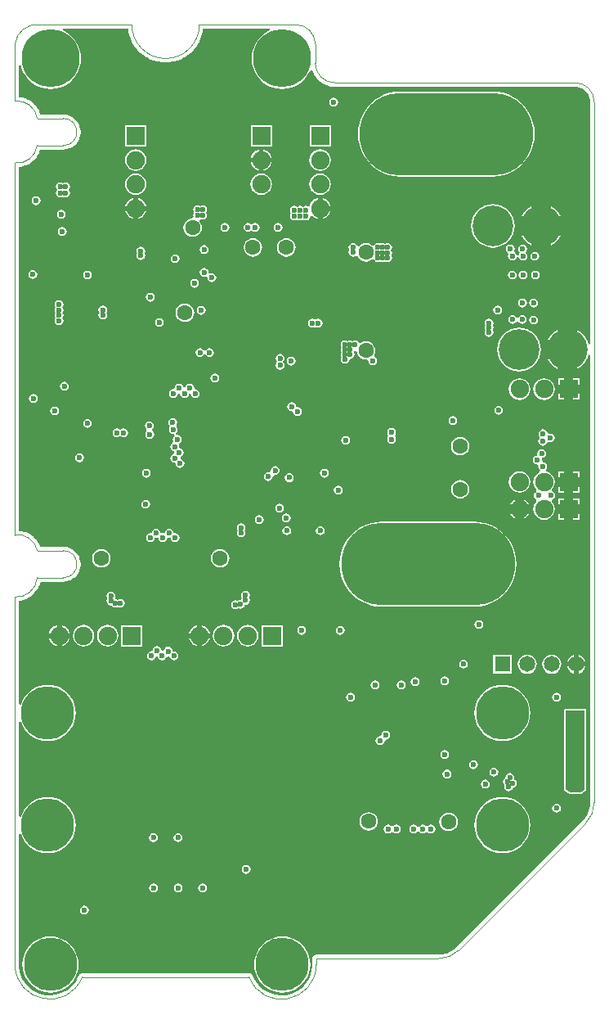
<source format=gbl>
G04 Layer_Physical_Order=4*
G04 Layer_Color=16711680*
%FSLAX44Y44*%
%MOMM*%
G71*
G01*
G75*
%ADD52C,0.1000*%
%ADD53C,4.2000*%
%ADD54O,1.9000X1.0500*%
%ADD55R,1.6500X1.6500*%
%ADD56C,1.6500*%
%ADD57C,1.9000*%
%ADD58R,1.9000X1.9000*%
%ADD59C,1.6000*%
%ADD60R,1.9000X1.9000*%
%ADD61C,6.0000*%
%ADD62C,5.5000*%
%ADD63O,18.0000X8.5000*%
%ADD64C,0.6000*%
G36*
X264260Y1001922D02*
X262405Y1001153D01*
X258178Y998563D01*
X254407Y995343D01*
X251187Y991572D01*
X248596Y987345D01*
X246699Y982764D01*
X245542Y977943D01*
X245153Y973000D01*
X245542Y968057D01*
X246699Y963236D01*
X248596Y958655D01*
X251187Y954427D01*
X254407Y950657D01*
X258178Y947437D01*
X262405Y944846D01*
X266986Y942949D01*
X271807Y941792D01*
X276750Y941403D01*
X281693Y941792D01*
X286514Y942949D01*
X291095Y944846D01*
X295322Y947437D01*
X299093Y950657D01*
X302313Y954427D01*
X304904Y958655D01*
X305893Y961043D01*
X306821Y961211D01*
X308015Y961028D01*
X308093Y960634D01*
X309594Y957011D01*
X309817Y956677D01*
X309971Y956306D01*
X312149Y953046D01*
X312433Y952762D01*
X312656Y952428D01*
X315428Y949656D01*
X315762Y949433D01*
X316046Y949149D01*
X319306Y946971D01*
X319677Y946817D01*
X320011Y946594D01*
X323634Y945093D01*
X324027Y945015D01*
X324399Y944861D01*
X328244Y944096D01*
X328546D01*
X328840Y944023D01*
X330800Y943927D01*
X330900Y943942D01*
X331000Y943922D01*
X580000D01*
X581568Y943922D01*
X584644Y943310D01*
X587542Y942110D01*
X590149Y940367D01*
X592367Y938150D01*
X594110Y935542D01*
X595310Y932644D01*
X595922Y929568D01*
X595922Y928000D01*
X595922Y677541D01*
X593922Y677244D01*
X592888Y680652D01*
X590799Y684561D01*
X587987Y687987D01*
X584561Y690799D01*
X582000Y692167D01*
Y672000D01*
Y651833D01*
X584561Y653201D01*
X587987Y656013D01*
X590799Y659439D01*
X592888Y663348D01*
X593922Y666756D01*
X595922Y666459D01*
X595922Y203426D01*
Y202153D01*
X595672Y199618D01*
X595175Y197120D01*
X594436Y194683D01*
X593461Y192330D01*
X592260Y190084D01*
X590845Y187966D01*
X589230Y185997D01*
X588329Y185097D01*
X456903Y53671D01*
X456903Y53670D01*
X456003Y52770D01*
X454034Y51154D01*
X451917Y49739D01*
X449670Y48539D01*
X447318Y47564D01*
X444880Y46825D01*
X442382Y46328D01*
X439847Y46078D01*
X312000D01*
X310439Y45768D01*
X309116Y44884D01*
X308232Y43561D01*
X307922Y42000D01*
X307922Y36000D01*
X307922Y35999D01*
X307922Y35999D01*
X307922Y33782D01*
X307310Y29391D01*
X306096Y25126D01*
X304305Y21070D01*
X301971Y17300D01*
X299138Y13888D01*
X295861Y10901D01*
X292203Y8396D01*
X288233Y6420D01*
X284029Y5011D01*
X279670Y4197D01*
X275241Y3993D01*
X270826Y4403D01*
X266510Y5419D01*
X262375Y7022D01*
X258502Y9180D01*
X254965Y11853D01*
X251830Y14990D01*
X249159Y18529D01*
X247003Y22403D01*
X246204Y24470D01*
X246178Y24512D01*
X246168Y24561D01*
X245752Y25183D01*
X245352Y25814D01*
X245311Y25842D01*
X245284Y25884D01*
X244662Y26299D01*
X244050Y26730D01*
X244002Y26740D01*
X243961Y26768D01*
X243227Y26914D01*
X242497Y27077D01*
X242448Y27069D01*
X242400Y27078D01*
X69600Y27078D01*
X69559Y27070D01*
X69517Y27077D01*
X68779Y26915D01*
X68039Y26768D01*
X68004Y26744D01*
X67963Y26735D01*
X67344Y26303D01*
X66716Y25884D01*
X66693Y25849D01*
X66658Y25824D01*
X66252Y25188D01*
X65832Y24561D01*
X65824Y24519D01*
X65801Y24483D01*
X64996Y22422D01*
X62832Y18559D01*
X60157Y15032D01*
X57021Y11908D01*
X53484Y9245D01*
X49613Y7096D01*
X45483Y5501D01*
X41173Y4491D01*
X36765Y4084D01*
X32342Y4289D01*
X27991Y5102D01*
X23792Y6507D01*
X19828Y8477D01*
X16173Y10976D01*
X12898Y13954D01*
X10064Y17355D01*
X7727Y21115D01*
X5930Y25161D01*
X4708Y29416D01*
X4084Y33798D01*
X4078Y36001D01*
Y170798D01*
X6078Y171035D01*
X6084Y171011D01*
X7831Y166794D01*
X10216Y162901D01*
X13181Y159431D01*
X16652Y156466D01*
X20544Y154081D01*
X24761Y152334D01*
X29199Y151269D01*
X33750Y150910D01*
X38301Y151269D01*
X42739Y152334D01*
X46956Y154081D01*
X50848Y156466D01*
X54320Y159431D01*
X57284Y162901D01*
X59669Y166794D01*
X61416Y171011D01*
X62481Y175449D01*
X62840Y180000D01*
X62481Y184551D01*
X61416Y188989D01*
X59669Y193206D01*
X57284Y197099D01*
X54320Y200569D01*
X50848Y203534D01*
X46956Y205919D01*
X42739Y207666D01*
X38301Y208731D01*
X33750Y209090D01*
X29199Y208731D01*
X24761Y207666D01*
X20544Y205919D01*
X16652Y203534D01*
X13181Y200569D01*
X10216Y197099D01*
X7831Y193206D01*
X6084Y188989D01*
X6078Y188965D01*
X4078Y189202D01*
Y286798D01*
X6078Y287035D01*
X6084Y287011D01*
X7831Y282794D01*
X10216Y278902D01*
X13181Y275431D01*
X16652Y272466D01*
X20544Y270081D01*
X24761Y268334D01*
X29199Y267269D01*
X33750Y266910D01*
X38301Y267269D01*
X42739Y268334D01*
X46956Y270081D01*
X50848Y272466D01*
X54320Y275431D01*
X57284Y278902D01*
X59669Y282794D01*
X61416Y287011D01*
X62481Y291449D01*
X62840Y296000D01*
X62481Y300551D01*
X61416Y304989D01*
X59669Y309206D01*
X57284Y313099D01*
X54320Y316569D01*
X50848Y319534D01*
X46956Y321919D01*
X42739Y323666D01*
X38301Y324731D01*
X33750Y325090D01*
X29199Y324731D01*
X24761Y323666D01*
X20544Y321919D01*
X16652Y319534D01*
X13181Y316569D01*
X10216Y313099D01*
X7831Y309206D01*
X6084Y304989D01*
X6078Y304965D01*
X4078Y305201D01*
Y412096D01*
X6821Y412445D01*
X7202Y412573D01*
X7600Y412623D01*
X11607Y413965D01*
X11955Y414164D01*
X12336Y414291D01*
X16004Y416389D01*
X16307Y416652D01*
X16656Y416851D01*
X19844Y419624D01*
X20090Y419941D01*
X20393Y420205D01*
X22979Y423546D01*
X23158Y423905D01*
X23404Y424223D01*
X25289Y428004D01*
X25394Y428392D01*
X25573Y428751D01*
X26437Y431922D01*
X50000D01*
X50133Y431948D01*
X50267Y431931D01*
X52094Y432050D01*
X52482Y432154D01*
X52883Y432180D01*
X56413Y433126D01*
X56891Y433362D01*
X57397Y433534D01*
X60562Y435361D01*
X60963Y435713D01*
X61406Y436009D01*
X63991Y438594D01*
X64287Y439037D01*
X64639Y439438D01*
X66466Y442603D01*
X66638Y443108D01*
X66874Y443587D01*
X67819Y447117D01*
X67854Y447649D01*
X67958Y448173D01*
Y451827D01*
X67854Y452351D01*
X67819Y452883D01*
X66874Y456413D01*
X66638Y456892D01*
X66466Y457397D01*
X64639Y460562D01*
X64287Y460963D01*
X63991Y461406D01*
X61406Y463991D01*
X60963Y464287D01*
X60562Y464639D01*
X57397Y466466D01*
X56892Y466637D01*
X56413Y466874D01*
X52883Y467820D01*
X52482Y467846D01*
X52094Y467950D01*
X50267Y468069D01*
X50133Y468052D01*
X50000Y468078D01*
X26088Y468078D01*
X24941Y471000D01*
X24724Y471338D01*
X24578Y471712D01*
X22481Y474981D01*
X22202Y475270D01*
X21985Y475608D01*
X19291Y478406D01*
X18961Y478635D01*
X18683Y478924D01*
X15494Y481142D01*
X15126Y481303D01*
X14796Y481532D01*
X11237Y483086D01*
X10844Y483171D01*
X10476Y483332D01*
X6682Y484161D01*
X6280Y484169D01*
X5888Y484254D01*
X4078Y484288D01*
X4078Y860918D01*
X6364Y861090D01*
X6751Y861198D01*
X7152Y861228D01*
X11052Y862313D01*
X11410Y862494D01*
X11797Y862602D01*
X15411Y864427D01*
X15727Y864674D01*
X16086Y864855D01*
X19274Y867351D01*
X19536Y867655D01*
X19852Y867903D01*
X22493Y870972D01*
X22690Y871322D01*
X22952Y871626D01*
X24943Y875151D01*
X25068Y875533D01*
X25266Y875883D01*
X26265Y878922D01*
X50000D01*
X50133Y878948D01*
X50267Y878931D01*
X52094Y879050D01*
X52482Y879154D01*
X52883Y879181D01*
X56413Y880126D01*
X56891Y880362D01*
X57397Y880534D01*
X60562Y882361D01*
X60963Y882713D01*
X61406Y883009D01*
X63991Y885594D01*
X64287Y886037D01*
X64639Y886438D01*
X66466Y889603D01*
X66638Y890108D01*
X66874Y890587D01*
X67819Y894117D01*
X67854Y894649D01*
X67958Y895173D01*
Y898827D01*
X67854Y899351D01*
X67819Y899883D01*
X66874Y903413D01*
X66638Y903892D01*
X66466Y904397D01*
X64639Y907562D01*
X64287Y907963D01*
X63991Y908406D01*
X61406Y910991D01*
X60963Y911287D01*
X60562Y911639D01*
X57397Y913466D01*
X56892Y913637D01*
X56413Y913874D01*
X52883Y914819D01*
X52482Y914846D01*
X52094Y914950D01*
X50267Y915070D01*
X50133Y915052D01*
X50000Y915078D01*
X26265Y915078D01*
X25266Y918117D01*
X25068Y918467D01*
X24943Y918848D01*
X22952Y922374D01*
X22690Y922678D01*
X22493Y923028D01*
X19852Y926097D01*
X19536Y926345D01*
X19274Y926649D01*
X16086Y929144D01*
X15727Y929325D01*
X15411Y929573D01*
X11797Y931398D01*
X11410Y931506D01*
X11052Y931687D01*
X7152Y932772D01*
X6751Y932802D01*
X6364Y932910D01*
X4078Y933082D01*
X4078Y965584D01*
X6079Y965821D01*
X6699Y963236D01*
X8597Y958655D01*
X11187Y954427D01*
X14407Y950657D01*
X18177Y947437D01*
X22405Y944846D01*
X26986Y942949D01*
X31807Y941792D01*
X36750Y941403D01*
X41693Y941792D01*
X46514Y942949D01*
X51095Y944846D01*
X55322Y947437D01*
X59093Y950657D01*
X62313Y954427D01*
X64903Y958655D01*
X66801Y963236D01*
X67958Y968057D01*
X68347Y973000D01*
X67958Y977943D01*
X66801Y982764D01*
X64903Y987345D01*
X62313Y991572D01*
X59093Y995343D01*
X55322Y998563D01*
X51095Y1001153D01*
X49240Y1001922D01*
X49638Y1003922D01*
X117197D01*
X117629Y1000639D01*
X117716Y1000385D01*
X117733Y1000116D01*
X118918Y995694D01*
X119037Y995453D01*
X119090Y995189D01*
X120842Y990959D01*
X120991Y990735D01*
X121078Y990481D01*
X123367Y986516D01*
X123544Y986314D01*
X123663Y986072D01*
X126450Y982440D01*
X126652Y982263D01*
X126802Y982039D01*
X130039Y978802D01*
X130263Y978652D01*
X130440Y978450D01*
X134072Y975663D01*
X134314Y975544D01*
X134516Y975367D01*
X138481Y973078D01*
X138736Y972991D01*
X138959Y972842D01*
X143189Y971090D01*
X143453Y971037D01*
X143694Y970918D01*
X148116Y969733D01*
X148385Y969716D01*
X148639Y969629D01*
X153179Y969032D01*
X153380Y969045D01*
X153577Y968999D01*
X155867Y968924D01*
X156000Y968946D01*
X156133Y968924D01*
X158422Y968999D01*
X158620Y969045D01*
X158821Y969032D01*
X163361Y969629D01*
X163615Y969716D01*
X163884Y969733D01*
X168306Y970918D01*
X168547Y971037D01*
X168811Y971090D01*
X173041Y972842D01*
X173265Y972991D01*
X173519Y973078D01*
X177484Y975367D01*
X177686Y975544D01*
X177928Y975663D01*
X181560Y978450D01*
X181737Y978652D01*
X181961Y978802D01*
X185198Y982039D01*
X185348Y982263D01*
X185550Y982440D01*
X188337Y986072D01*
X188456Y986314D01*
X188633Y986516D01*
X190922Y990481D01*
X191009Y990735D01*
X191158Y990959D01*
X192910Y995189D01*
X192963Y995453D01*
X193082Y995694D01*
X194267Y1000116D01*
X194284Y1000385D01*
X194371Y1000639D01*
X194803Y1003922D01*
X263862D01*
X264260Y1001922D01*
D02*
G37*
%LPC*%
G36*
X89500Y465582D02*
X87020Y465256D01*
X84709Y464298D01*
X82725Y462775D01*
X81202Y460791D01*
X80245Y458480D01*
X79918Y456000D01*
X80245Y453520D01*
X81202Y451209D01*
X82725Y449225D01*
X84709Y447702D01*
X87020Y446744D01*
X89500Y446418D01*
X91980Y446744D01*
X94291Y447702D01*
X96275Y449225D01*
X97798Y451209D01*
X98756Y453520D01*
X99082Y456000D01*
X98756Y458480D01*
X97798Y460791D01*
X96275Y462775D01*
X94291Y464298D01*
X91980Y465256D01*
X89500Y465582D01*
D02*
G37*
G36*
X212500D02*
X210020Y465256D01*
X207709Y464298D01*
X205725Y462775D01*
X204202Y460791D01*
X203245Y458480D01*
X202918Y456000D01*
X203245Y453520D01*
X204202Y451209D01*
X205725Y449225D01*
X207709Y447702D01*
X210020Y446744D01*
X212500Y446418D01*
X214980Y446744D01*
X217291Y447702D01*
X219275Y449225D01*
X220798Y451209D01*
X221756Y453520D01*
X222082Y456000D01*
X221756Y458480D01*
X220798Y460791D01*
X219275Y462775D01*
X217291Y464298D01*
X214980Y465256D01*
X212500Y465582D01*
D02*
G37*
G36*
X238750Y422388D02*
X236994Y422039D01*
X235506Y421044D01*
X234511Y419556D01*
X234162Y417800D01*
X234511Y416044D01*
X235109Y415150D01*
X234511Y414256D01*
X234211Y412747D01*
X233500Y412888D01*
X231744Y412539D01*
X230838Y411933D01*
X230006Y412489D01*
X228250Y412838D01*
X226494Y412489D01*
X225006Y411494D01*
X224011Y410006D01*
X223662Y408250D01*
X224011Y406494D01*
X225006Y405006D01*
X226494Y404011D01*
X228250Y403662D01*
X230006Y404011D01*
X230912Y404617D01*
X231744Y404061D01*
X233500Y403712D01*
X235256Y404061D01*
X236744Y405056D01*
X237739Y406544D01*
X238039Y408053D01*
X238750Y407912D01*
X240506Y408261D01*
X241994Y409256D01*
X242989Y410744D01*
X243338Y412500D01*
X242989Y414256D01*
X242391Y415150D01*
X242989Y416044D01*
X243338Y417800D01*
X242989Y419556D01*
X241994Y421044D01*
X240506Y422039D01*
X238750Y422388D01*
D02*
G37*
G36*
X99250Y421588D02*
X97494Y421239D01*
X96006Y420244D01*
X95011Y418756D01*
X94662Y417000D01*
X95011Y415244D01*
X95508Y414500D01*
X95011Y413756D01*
X94662Y412000D01*
X95011Y410244D01*
X96006Y408756D01*
X97494Y407761D01*
X99250Y407412D01*
X99897Y407541D01*
X100756Y406256D01*
X102244Y405261D01*
X104000Y404912D01*
X105756Y405261D01*
X106500Y405758D01*
X107244Y405261D01*
X109000Y404912D01*
X110756Y405261D01*
X112244Y406256D01*
X113239Y407744D01*
X113588Y409500D01*
X113239Y411256D01*
X112244Y412744D01*
X110756Y413739D01*
X109000Y414088D01*
X107244Y413739D01*
X106500Y413242D01*
X105756Y413739D01*
X104990Y413891D01*
X103850Y414919D01*
X103648Y416042D01*
X103838Y417000D01*
X103489Y418756D01*
X102494Y420244D01*
X101006Y421239D01*
X99250Y421588D01*
D02*
G37*
G36*
X475250Y494094D02*
X380250D01*
X374495Y493717D01*
X368838Y492592D01*
X363376Y490738D01*
X358203Y488187D01*
X353407Y484982D01*
X349071Y481179D01*
X345268Y476843D01*
X342063Y472047D01*
X339512Y466874D01*
X337658Y461413D01*
X336533Y455756D01*
X336156Y450000D01*
X336533Y444244D01*
X337658Y438587D01*
X339512Y433126D01*
X342063Y427953D01*
X345268Y423157D01*
X349071Y418820D01*
X353407Y415018D01*
X358203Y411813D01*
X363376Y409262D01*
X368838Y407408D01*
X374495Y406283D01*
X380250Y405906D01*
X475250D01*
X481006Y406283D01*
X486662Y407408D01*
X492124Y409262D01*
X497297Y411813D01*
X502093Y415018D01*
X506429Y418820D01*
X510232Y423157D01*
X513437Y427953D01*
X515988Y433126D01*
X517842Y438587D01*
X518967Y444244D01*
X519344Y450000D01*
X518967Y455756D01*
X517842Y461413D01*
X515988Y466874D01*
X513437Y472047D01*
X510232Y476843D01*
X506429Y481179D01*
X502093Y484982D01*
X497297Y488187D01*
X492124Y490738D01*
X486662Y492592D01*
X481006Y493717D01*
X475250Y494094D01*
D02*
G37*
G36*
X234300Y492138D02*
X232544Y491789D01*
X231056Y490794D01*
X230061Y489306D01*
X229712Y487550D01*
X230061Y485794D01*
X230575Y485025D01*
X230061Y484256D01*
X229712Y482500D01*
X230061Y480744D01*
X231056Y479256D01*
X232544Y478261D01*
X234300Y477912D01*
X236056Y478261D01*
X237544Y479256D01*
X238539Y480744D01*
X238888Y482500D01*
X238539Y484256D01*
X238025Y485025D01*
X238539Y485794D01*
X238888Y487550D01*
X238539Y489306D01*
X237544Y490794D01*
X236056Y491789D01*
X234300Y492138D01*
D02*
G37*
G36*
X253000Y500588D02*
X251244Y500239D01*
X249756Y499244D01*
X248761Y497756D01*
X248412Y496000D01*
X248761Y494244D01*
X249756Y492756D01*
X251244Y491761D01*
X253000Y491412D01*
X254756Y491761D01*
X256244Y492756D01*
X257239Y494244D01*
X257588Y496000D01*
X257239Y497756D01*
X256244Y499244D01*
X254756Y500239D01*
X253000Y500588D01*
D02*
G37*
G36*
X281000Y502588D02*
X279244Y502239D01*
X277756Y501244D01*
X276761Y499756D01*
X276412Y498000D01*
X276761Y496244D01*
X277756Y494756D01*
X279244Y493761D01*
X281000Y493412D01*
X282756Y493761D01*
X284244Y494756D01*
X285239Y496244D01*
X285588Y498000D01*
X285239Y499756D01*
X284244Y501244D01*
X282756Y502239D01*
X281000Y502588D01*
D02*
G37*
G36*
X159500Y486587D02*
X157744Y486238D01*
X156255Y485243D01*
X155261Y483755D01*
X155216Y483530D01*
X154824Y482003D01*
X153043Y482079D01*
X153000Y482087D01*
X152956Y482079D01*
X151176Y482003D01*
X150783Y483530D01*
X150739Y483755D01*
X149744Y485243D01*
X148256Y486238D01*
X146500Y486587D01*
X144744Y486238D01*
X143255Y485243D01*
X142261Y483755D01*
X141911Y481999D01*
X140200Y482088D01*
X138444Y481739D01*
X136956Y480744D01*
X135961Y479256D01*
X135612Y477500D01*
X135961Y475744D01*
X136956Y474256D01*
X138444Y473261D01*
X140200Y472912D01*
X141956Y473261D01*
X143444Y474256D01*
X144439Y475744D01*
X144788Y477500D01*
X146500Y477411D01*
X146543Y477420D01*
X148324Y477495D01*
X148716Y475968D01*
X148761Y475743D01*
X149755Y474255D01*
X151244Y473260D01*
X153000Y472911D01*
X154755Y473260D01*
X156244Y474255D01*
X157239Y475743D01*
X157283Y475968D01*
X157676Y477495D01*
X159456Y477420D01*
X159500Y477411D01*
X159543Y477420D01*
X161324Y477495D01*
X161716Y475968D01*
X161761Y475743D01*
X162755Y474255D01*
X164244Y473260D01*
X166000Y472911D01*
X167756Y473260D01*
X169244Y474255D01*
X170239Y475743D01*
X170588Y477499D01*
X170239Y479255D01*
X169244Y480743D01*
X167756Y481738D01*
X166000Y482087D01*
X165956Y482079D01*
X164176Y482003D01*
X163783Y483530D01*
X163739Y483755D01*
X162744Y485243D01*
X161255Y486238D01*
X159500Y486587D01*
D02*
G37*
G36*
X281500Y489088D02*
X279744Y488739D01*
X278256Y487744D01*
X277261Y486256D01*
X276912Y484500D01*
X277261Y482744D01*
X278256Y481256D01*
X279744Y480261D01*
X281500Y479912D01*
X283256Y480261D01*
X284744Y481256D01*
X285739Y482744D01*
X286088Y484500D01*
X285739Y486256D01*
X284744Y487744D01*
X283256Y488739D01*
X281500Y489088D01*
D02*
G37*
G36*
X316100D02*
X314344Y488739D01*
X312856Y487744D01*
X311861Y486256D01*
X311512Y484500D01*
X311861Y482744D01*
X312856Y481256D01*
X314344Y480261D01*
X316100Y479912D01*
X317856Y480261D01*
X319344Y481256D01*
X320339Y482744D01*
X320688Y484500D01*
X320339Y486256D01*
X319344Y487744D01*
X317856Y488739D01*
X316100Y489088D01*
D02*
G37*
G36*
X201766Y373500D02*
X193500D01*
Y365234D01*
X193872Y365283D01*
X196548Y366391D01*
X198845Y368155D01*
X200609Y370452D01*
X201717Y373128D01*
X201766Y373500D01*
D02*
G37*
G36*
X337000Y386088D02*
X335244Y385739D01*
X333756Y384744D01*
X332761Y383256D01*
X332412Y381500D01*
X332761Y379744D01*
X333756Y378256D01*
X335244Y377261D01*
X337000Y376912D01*
X338756Y377261D01*
X340244Y378256D01*
X341239Y379744D01*
X341588Y381500D01*
X341239Y383256D01*
X340244Y384744D01*
X338756Y385739D01*
X337000Y386088D01*
D02*
G37*
G36*
X43500Y373500D02*
X35234D01*
X35283Y373128D01*
X36391Y370452D01*
X38155Y368155D01*
X40453Y366391D01*
X43128Y365283D01*
X43500Y365234D01*
Y373500D01*
D02*
G37*
G36*
X188500D02*
X180234D01*
X180283Y373128D01*
X181392Y370452D01*
X183155Y368155D01*
X185452Y366391D01*
X188128Y365283D01*
X188500Y365234D01*
Y373500D01*
D02*
G37*
G36*
X56766D02*
X48500D01*
Y365234D01*
X48872Y365283D01*
X51547Y366391D01*
X53845Y368155D01*
X55609Y370452D01*
X56717Y373128D01*
X56766Y373500D01*
D02*
G37*
G36*
X296950Y386088D02*
X295194Y385739D01*
X293706Y384744D01*
X292711Y383256D01*
X292362Y381500D01*
X292711Y379744D01*
X293706Y378256D01*
X295194Y377261D01*
X296950Y376912D01*
X298706Y377261D01*
X300194Y378256D01*
X301189Y379744D01*
X301538Y381500D01*
X301189Y383256D01*
X300194Y384744D01*
X298706Y385739D01*
X296950Y386088D01*
D02*
G37*
G36*
X193500Y386766D02*
Y378500D01*
X201766D01*
X201717Y378872D01*
X200609Y381548D01*
X198845Y383845D01*
X196548Y385608D01*
X193872Y386717D01*
X193500Y386766D01*
D02*
G37*
G36*
X480500Y392088D02*
X478744Y391739D01*
X477256Y390744D01*
X476261Y389256D01*
X475912Y387500D01*
X476261Y385744D01*
X477256Y384256D01*
X478744Y383261D01*
X480500Y382912D01*
X482256Y383261D01*
X483744Y384256D01*
X484739Y385744D01*
X485088Y387500D01*
X484739Y389256D01*
X483744Y390744D01*
X482256Y391739D01*
X480500Y392088D01*
D02*
G37*
G36*
X48500Y386766D02*
Y378500D01*
X56766D01*
X56717Y378872D01*
X55609Y381548D01*
X53845Y383845D01*
X51547Y385608D01*
X48872Y386717D01*
X48500Y386766D01*
D02*
G37*
G36*
X188500D02*
X188128Y386717D01*
X185452Y385608D01*
X183155Y383845D01*
X181392Y381548D01*
X180283Y378872D01*
X180234Y378500D01*
X188500D01*
Y386766D01*
D02*
G37*
G36*
X43500D02*
X43128Y386717D01*
X40453Y385608D01*
X38155Y383845D01*
X36391Y381548D01*
X35283Y378872D01*
X35234Y378500D01*
X43500D01*
Y386766D01*
D02*
G37*
G36*
X545500Y569088D02*
X543744Y568739D01*
X542256Y567744D01*
X541261Y566256D01*
X540912Y564500D01*
X540920Y564456D01*
X540996Y562676D01*
X539469Y562284D01*
X539244Y562239D01*
X537756Y561244D01*
X536761Y559756D01*
X536412Y558000D01*
X536761Y556244D01*
X537756Y554756D01*
X539244Y553761D01*
X540526Y553506D01*
X541082Y553266D01*
X542027Y551577D01*
X541912Y551000D01*
X542261Y549244D01*
X543256Y547756D01*
X543856Y547355D01*
X543634Y545098D01*
X542453Y544608D01*
X540155Y542845D01*
X538391Y540547D01*
X537283Y537872D01*
X536905Y535000D01*
X537283Y532128D01*
X538391Y529453D01*
X540155Y527155D01*
X540166Y526912D01*
X539775Y524925D01*
X538756Y524244D01*
X537761Y522756D01*
X537412Y521000D01*
X537761Y519244D01*
X538756Y517756D01*
X539775Y517075D01*
X540166Y515088D01*
X540155Y514845D01*
X538391Y512547D01*
X537283Y509872D01*
X536905Y507000D01*
X537283Y504128D01*
X538391Y501452D01*
X540155Y499155D01*
X542453Y497392D01*
X545128Y496283D01*
X548000Y495905D01*
X550872Y496283D01*
X553548Y497392D01*
X555845Y499155D01*
X557608Y501452D01*
X558717Y504128D01*
X559095Y507000D01*
X558717Y509872D01*
X557608Y512547D01*
X556048Y514581D01*
X556215Y515706D01*
X556659Y516742D01*
X556756Y516761D01*
X558244Y517756D01*
X559239Y519244D01*
X559588Y521000D01*
X559239Y522756D01*
X558244Y524244D01*
X556756Y525239D01*
X556659Y525258D01*
X556215Y526294D01*
X556048Y527419D01*
X557608Y529453D01*
X558717Y532128D01*
X559095Y535000D01*
X558717Y537872D01*
X557608Y540547D01*
X555845Y542845D01*
X553548Y544608D01*
X550872Y545717D01*
X550388Y545780D01*
X549939Y547159D01*
X549822Y547872D01*
X550739Y549244D01*
X551088Y551000D01*
X550739Y552756D01*
X549744Y554244D01*
X548256Y555239D01*
X546974Y555494D01*
X546418Y555734D01*
X545473Y557423D01*
X545588Y558000D01*
X545579Y558044D01*
X545504Y559824D01*
X547031Y560216D01*
X547256Y560261D01*
X548744Y561256D01*
X549739Y562744D01*
X550088Y564500D01*
X549739Y566256D01*
X548744Y567744D01*
X547256Y568739D01*
X545500Y569088D01*
D02*
G37*
G36*
X584400Y530000D02*
X578400D01*
Y524000D01*
X584400D01*
Y530000D01*
D02*
G37*
G36*
X284000Y544088D02*
X282244Y543739D01*
X280756Y542744D01*
X279761Y541256D01*
X279412Y539500D01*
X279761Y537744D01*
X280756Y536256D01*
X282244Y535261D01*
X284000Y534912D01*
X285756Y535261D01*
X287244Y536256D01*
X288239Y537744D01*
X288588Y539500D01*
X288239Y541256D01*
X287244Y542744D01*
X285756Y543739D01*
X284000Y544088D01*
D02*
G37*
G36*
X568400Y530000D02*
X562400D01*
Y524000D01*
X568400D01*
Y530000D01*
D02*
G37*
G36*
X334750Y531338D02*
X332994Y530989D01*
X331506Y529994D01*
X330511Y528506D01*
X330162Y526750D01*
X330511Y524994D01*
X331506Y523506D01*
X332994Y522511D01*
X334750Y522162D01*
X336506Y522511D01*
X337994Y523506D01*
X338989Y524994D01*
X339338Y526750D01*
X338989Y528506D01*
X337994Y529994D01*
X336506Y530989D01*
X334750Y531338D01*
D02*
G37*
G36*
X522600Y546095D02*
X519728Y545717D01*
X517052Y544608D01*
X514755Y542845D01*
X512991Y540547D01*
X511883Y537872D01*
X511505Y535000D01*
X511883Y532128D01*
X512991Y529453D01*
X514755Y527155D01*
X517052Y525392D01*
X519728Y524283D01*
X522600Y523905D01*
X525472Y524283D01*
X528148Y525392D01*
X530445Y527155D01*
X532209Y529453D01*
X533317Y532128D01*
X533695Y535000D01*
X533317Y537872D01*
X532209Y540547D01*
X530445Y542845D01*
X528148Y544608D01*
X525472Y545717D01*
X522600Y546095D01*
D02*
G37*
G36*
X136000Y548588D02*
X134244Y548239D01*
X132756Y547244D01*
X131761Y545756D01*
X131412Y544000D01*
X131761Y542244D01*
X132756Y540756D01*
X134244Y539761D01*
X136000Y539412D01*
X137756Y539761D01*
X139244Y540756D01*
X140239Y542244D01*
X140588Y544000D01*
X140239Y545756D01*
X139244Y547244D01*
X137756Y548239D01*
X136000Y548588D01*
D02*
G37*
G36*
X269500Y551588D02*
X267744Y551239D01*
X266256Y550244D01*
X265261Y548756D01*
X264912Y547000D01*
X265017Y546471D01*
X264999Y546430D01*
X263284Y544932D01*
X262500Y545088D01*
X260744Y544739D01*
X259256Y543744D01*
X258261Y542256D01*
X257912Y540500D01*
X258261Y538744D01*
X259256Y537256D01*
X260744Y536261D01*
X262500Y535912D01*
X264256Y536261D01*
X265744Y537256D01*
X266739Y538744D01*
X267088Y540500D01*
X266983Y541029D01*
X267001Y541070D01*
X268716Y542568D01*
X269500Y542412D01*
X271256Y542761D01*
X272744Y543756D01*
X273739Y545244D01*
X274088Y547000D01*
X273739Y548756D01*
X272744Y550244D01*
X271256Y551239D01*
X269500Y551588D01*
D02*
G37*
G36*
X163500Y601088D02*
X161744Y600739D01*
X160256Y599744D01*
X159261Y598256D01*
X158912Y596500D01*
X159261Y594744D01*
X159766Y593988D01*
X160242Y593151D01*
X159957Y591050D01*
X159761Y590756D01*
X159412Y589000D01*
X159761Y587244D01*
X160756Y585756D01*
X162244Y584761D01*
X164000Y584412D01*
X164569Y584525D01*
X165350Y582641D01*
X164756Y582244D01*
X163761Y580756D01*
X163412Y579000D01*
X163761Y577244D01*
X162743Y575169D01*
X162106Y574743D01*
X161111Y573255D01*
X160762Y571499D01*
X161111Y569743D01*
X162106Y568255D01*
X163594Y567260D01*
X164438Y567092D01*
X164789Y565434D01*
X163594Y563739D01*
X162106Y562744D01*
X161111Y561256D01*
X160762Y559500D01*
X161111Y557744D01*
X162106Y556256D01*
X163594Y555261D01*
X165350Y554912D01*
X165474Y554936D01*
X166411Y553999D01*
X166761Y552243D01*
X167755Y550755D01*
X169244Y549760D01*
X171000Y549411D01*
X172756Y549760D01*
X174244Y550755D01*
X175239Y552243D01*
X175588Y553999D01*
X175239Y555755D01*
X174244Y557243D01*
X172756Y558238D01*
X171705Y558447D01*
X171293Y559419D01*
X171756Y561260D01*
X173244Y562255D01*
X174239Y563743D01*
X174588Y565499D01*
X174239Y567255D01*
X173244Y568743D01*
X171756Y569738D01*
X170000Y570087D01*
X169898Y571295D01*
X169938Y571499D01*
X169589Y573255D01*
X170607Y575330D01*
X171244Y575756D01*
X172239Y577244D01*
X172588Y579000D01*
X172239Y580756D01*
X171244Y582244D01*
X169756Y583239D01*
X168000Y583588D01*
X167431Y583475D01*
X166651Y585359D01*
X167244Y585756D01*
X168239Y587244D01*
X168588Y589000D01*
X168239Y590756D01*
X167734Y591511D01*
X167258Y592349D01*
X167543Y594450D01*
X167739Y594744D01*
X168088Y596500D01*
X167739Y598256D01*
X166744Y599744D01*
X165256Y600739D01*
X163500Y601088D01*
D02*
G37*
G36*
X584400Y546000D02*
X578400D01*
Y540000D01*
X584400D01*
Y546000D01*
D02*
G37*
G36*
X320500Y548588D02*
X318744Y548239D01*
X317256Y547244D01*
X316261Y545756D01*
X315912Y544000D01*
X316261Y542244D01*
X317256Y540756D01*
X318744Y539761D01*
X320500Y539412D01*
X322256Y539761D01*
X323744Y540756D01*
X324739Y542244D01*
X325088Y544000D01*
X324739Y545756D01*
X323744Y547244D01*
X322256Y548239D01*
X320500Y548588D01*
D02*
G37*
G36*
X568400Y546000D02*
X562400D01*
Y540000D01*
X568400D01*
Y546000D01*
D02*
G37*
G36*
X532435Y502000D02*
X527600D01*
Y497165D01*
X528148Y497392D01*
X530445Y499155D01*
X532209Y501452D01*
X532435Y502000D01*
D02*
G37*
G36*
X274000Y512588D02*
X272244Y512239D01*
X270756Y511244D01*
X269761Y509756D01*
X269412Y508000D01*
X269761Y506244D01*
X270756Y504756D01*
X272244Y503761D01*
X274000Y503412D01*
X275756Y503761D01*
X277244Y504756D01*
X278239Y506244D01*
X278588Y508000D01*
X278239Y509756D01*
X277244Y511244D01*
X275756Y512239D01*
X274000Y512588D01*
D02*
G37*
G36*
X517600Y502000D02*
X512765D01*
X512991Y501452D01*
X514755Y499155D01*
X517052Y497392D01*
X517600Y497165D01*
Y502000D01*
D02*
G37*
G36*
X568400D02*
X562400D01*
Y496000D01*
X568400D01*
Y502000D01*
D02*
G37*
G36*
X584400D02*
X578400D01*
Y496000D01*
X584400D01*
Y502000D01*
D02*
G37*
G36*
X135500Y516588D02*
X133744Y516239D01*
X132256Y515244D01*
X131261Y513756D01*
X130912Y512000D01*
X131261Y510244D01*
X132256Y508756D01*
X133744Y507761D01*
X135500Y507412D01*
X137256Y507761D01*
X138744Y508756D01*
X139739Y510244D01*
X140088Y512000D01*
X139739Y513756D01*
X138744Y515244D01*
X137256Y516239D01*
X135500Y516588D01*
D02*
G37*
G36*
X584400Y518000D02*
X578400D01*
Y512000D01*
X584400D01*
Y518000D01*
D02*
G37*
G36*
X461000Y537082D02*
X458520Y536755D01*
X456209Y535798D01*
X454225Y534276D01*
X452702Y532291D01*
X451744Y529980D01*
X451418Y527500D01*
X451744Y525020D01*
X452702Y522709D01*
X454225Y520725D01*
X456209Y519202D01*
X458520Y518245D01*
X461000Y517918D01*
X463480Y518245D01*
X465791Y519202D01*
X467775Y520725D01*
X469298Y522709D01*
X470255Y525020D01*
X470582Y527500D01*
X470255Y529980D01*
X469298Y532291D01*
X467775Y534276D01*
X465791Y535798D01*
X463480Y536755D01*
X461000Y537082D01*
D02*
G37*
G36*
X527600Y516835D02*
Y512000D01*
X532435D01*
X532209Y512547D01*
X530445Y514845D01*
X528148Y516609D01*
X527600Y516835D01*
D02*
G37*
G36*
X568400Y518000D02*
X562400D01*
Y512000D01*
X568400D01*
Y518000D01*
D02*
G37*
G36*
X517600Y516835D02*
X517052Y516609D01*
X514755Y514845D01*
X512991Y512547D01*
X512765Y512000D01*
X517600D01*
Y516835D01*
D02*
G37*
G36*
X560950Y202088D02*
X559194Y201739D01*
X557706Y200744D01*
X556711Y199256D01*
X556362Y197500D01*
X556711Y195744D01*
X557706Y194256D01*
X559194Y193261D01*
X560950Y192912D01*
X562706Y193261D01*
X564194Y194256D01*
X565189Y195744D01*
X565538Y197500D01*
X565189Y199256D01*
X564194Y200744D01*
X562706Y201739D01*
X560950Y202088D01*
D02*
G37*
G36*
X590000Y300624D02*
X570500D01*
X569352Y300148D01*
X568876Y299000D01*
Y216500D01*
X569352Y215352D01*
X570500Y214876D01*
X570798D01*
X571136Y214436D01*
X572546Y213354D01*
X574188Y212674D01*
X575950Y212442D01*
X584450D01*
X586212Y212674D01*
X587854Y213354D01*
X589264Y214436D01*
X589602Y214876D01*
X590000D01*
X591148Y215352D01*
X591624Y216500D01*
Y296500D01*
Y299000D01*
X591148Y300148D01*
X590000Y300624D01*
D02*
G37*
G36*
X430850Y180588D02*
X429094Y180239D01*
X427982Y179496D01*
X426675Y179349D01*
X425368Y179496D01*
X424256Y180239D01*
X422500Y180588D01*
X420744Y180239D01*
X419256Y179244D01*
X418925Y178750D01*
X416575D01*
X416244Y179244D01*
X414756Y180239D01*
X413000Y180588D01*
X411244Y180239D01*
X409756Y179244D01*
X408761Y177756D01*
X408412Y176000D01*
X408761Y174244D01*
X409756Y172756D01*
X411244Y171761D01*
X413000Y171412D01*
X414756Y171761D01*
X416244Y172756D01*
X416575Y173250D01*
X418925D01*
X419256Y172756D01*
X420744Y171761D01*
X422500Y171412D01*
X424256Y171761D01*
X425368Y172504D01*
X426675Y172651D01*
X427982Y172504D01*
X429094Y171761D01*
X430850Y171412D01*
X432606Y171761D01*
X434094Y172756D01*
X435089Y174244D01*
X435438Y176000D01*
X435089Y177756D01*
X434094Y179244D01*
X432606Y180239D01*
X430850Y180588D01*
D02*
G37*
G36*
X366400Y193532D02*
X363920Y193206D01*
X361609Y192248D01*
X359625Y190725D01*
X358102Y188741D01*
X357145Y186430D01*
X356818Y183950D01*
X357145Y181470D01*
X358102Y179159D01*
X359625Y177175D01*
X361609Y175652D01*
X363920Y174694D01*
X366400Y174368D01*
X368880Y174694D01*
X371191Y175652D01*
X373176Y177175D01*
X374698Y179159D01*
X375656Y181470D01*
X375982Y183950D01*
X375656Y186430D01*
X374698Y188741D01*
X373176Y190725D01*
X371191Y192248D01*
X368880Y193206D01*
X366400Y193532D01*
D02*
G37*
G36*
X395000Y180588D02*
X393244Y180239D01*
X391756Y179244D01*
X389494D01*
X388006Y180239D01*
X386250Y180588D01*
X384494Y180239D01*
X383006Y179244D01*
X382011Y177756D01*
X381662Y176000D01*
X382011Y174244D01*
X383006Y172756D01*
X384494Y171761D01*
X386250Y171412D01*
X388006Y171761D01*
X389494Y172756D01*
X391756D01*
X393244Y171761D01*
X395000Y171412D01*
X396756Y171761D01*
X398244Y172756D01*
X399239Y174244D01*
X399588Y176000D01*
X399239Y177756D01*
X398244Y179244D01*
X396756Y180239D01*
X395000Y180588D01*
D02*
G37*
G36*
X512500Y234088D02*
X510744Y233739D01*
X509256Y232744D01*
X508261Y231256D01*
X507912Y229500D01*
X507997Y229074D01*
X506756Y228244D01*
X505761Y226756D01*
X505412Y225000D01*
X505761Y223244D01*
X506756Y221756D01*
X507301Y221391D01*
X507211Y221256D01*
X506862Y219500D01*
X507211Y217744D01*
X508206Y216256D01*
X509694Y215261D01*
X511450Y214912D01*
X513206Y215261D01*
X514694Y216256D01*
X515689Y217744D01*
X515959Y219103D01*
X516756Y219261D01*
X518244Y220256D01*
X519239Y221744D01*
X519588Y223500D01*
X519239Y225256D01*
X518346Y226593D01*
X518244Y226744D01*
X518237Y226749D01*
X516756Y227739D01*
X517088Y229497D01*
X517088Y229500D01*
X517051Y229688D01*
X516739Y231256D01*
X515744Y232744D01*
X514256Y233739D01*
X512500Y234088D01*
D02*
G37*
G36*
X475000Y247088D02*
X473244Y246739D01*
X471756Y245744D01*
X470761Y244256D01*
X470412Y242500D01*
X470761Y240744D01*
X471756Y239256D01*
X473244Y238261D01*
X475000Y237912D01*
X476756Y238261D01*
X478244Y239256D01*
X479239Y240744D01*
X479588Y242500D01*
X479239Y244256D01*
X478244Y245744D01*
X476756Y246739D01*
X475000Y247088D01*
D02*
G37*
G36*
X445000Y257588D02*
X443244Y257239D01*
X441756Y256244D01*
X440761Y254756D01*
X440412Y253000D01*
X440761Y251244D01*
X441756Y249756D01*
X443244Y248761D01*
X445000Y248412D01*
X446756Y248761D01*
X448244Y249756D01*
X449239Y251244D01*
X449588Y253000D01*
X449239Y254756D01*
X448244Y256244D01*
X446756Y257239D01*
X445000Y257588D01*
D02*
G37*
G36*
X496000Y239302D02*
X494244Y238953D01*
X492756Y237958D01*
X491761Y236470D01*
X491412Y234714D01*
X491761Y232958D01*
X492756Y231470D01*
X494244Y230475D01*
X496000Y230126D01*
X497756Y230475D01*
X499244Y231470D01*
X500239Y232958D01*
X500588Y234714D01*
X500239Y236470D01*
X499244Y237958D01*
X497756Y238953D01*
X496000Y239302D01*
D02*
G37*
G36*
X487000Y227088D02*
X485244Y226739D01*
X483756Y225744D01*
X482761Y224256D01*
X482412Y222500D01*
X482761Y220744D01*
X483756Y219256D01*
X485244Y218261D01*
X487000Y217912D01*
X488756Y218261D01*
X490244Y219256D01*
X491239Y220744D01*
X491588Y222500D01*
X491239Y224256D01*
X490244Y225744D01*
X488756Y226739D01*
X487000Y227088D01*
D02*
G37*
G36*
X447500Y237588D02*
X445744Y237239D01*
X444256Y236244D01*
X443261Y234756D01*
X442912Y233000D01*
X443261Y231244D01*
X444256Y229756D01*
X445744Y228761D01*
X447500Y228412D01*
X449256Y228761D01*
X450744Y229756D01*
X451739Y231244D01*
X452088Y233000D01*
X451739Y234756D01*
X450744Y236244D01*
X449256Y237239D01*
X447500Y237588D01*
D02*
G37*
G36*
X143500Y119588D02*
X141744Y119239D01*
X140256Y118244D01*
X139261Y116756D01*
X138912Y115000D01*
X139261Y113244D01*
X140256Y111756D01*
X141744Y110761D01*
X143500Y110412D01*
X145256Y110761D01*
X146744Y111756D01*
X147739Y113244D01*
X148088Y115000D01*
X147739Y116756D01*
X146744Y118244D01*
X145256Y119239D01*
X143500Y119588D01*
D02*
G37*
G36*
X169000D02*
X167244Y119239D01*
X165756Y118244D01*
X164761Y116756D01*
X164412Y115000D01*
X164761Y113244D01*
X165756Y111756D01*
X167244Y110761D01*
X169000Y110412D01*
X170756Y110761D01*
X172244Y111756D01*
X173239Y113244D01*
X173588Y115000D01*
X173239Y116756D01*
X172244Y118244D01*
X170756Y119239D01*
X169000Y119588D01*
D02*
G37*
G36*
X72000Y96738D02*
X70244Y96389D01*
X68756Y95394D01*
X67761Y93906D01*
X67412Y92150D01*
X67761Y90394D01*
X68756Y88906D01*
X70244Y87911D01*
X72000Y87562D01*
X73756Y87911D01*
X75244Y88906D01*
X76239Y90394D01*
X76588Y92150D01*
X76239Y93906D01*
X75244Y95394D01*
X73756Y96389D01*
X72000Y96738D01*
D02*
G37*
G36*
X36750Y65090D02*
X32199Y64731D01*
X27761Y63666D01*
X23544Y61919D01*
X19651Y59534D01*
X16180Y56569D01*
X13216Y53098D01*
X10831Y49206D01*
X9084Y44989D01*
X8019Y40551D01*
X7660Y36000D01*
X8019Y31449D01*
X9084Y27011D01*
X10831Y22794D01*
X13216Y18901D01*
X16180Y15431D01*
X19651Y12466D01*
X23544Y10081D01*
X27761Y8334D01*
X32199Y7268D01*
X36750Y6910D01*
X41301Y7268D01*
X45739Y8334D01*
X49956Y10081D01*
X53849Y12466D01*
X57319Y15431D01*
X60284Y18901D01*
X62669Y22794D01*
X64416Y27011D01*
X65482Y31449D01*
X65840Y36000D01*
X65482Y40551D01*
X64416Y44989D01*
X62669Y49206D01*
X60284Y53098D01*
X57319Y56569D01*
X53849Y59534D01*
X49956Y61919D01*
X45739Y63666D01*
X41301Y64731D01*
X36750Y65090D01*
D02*
G37*
G36*
X276750D02*
X272199Y64731D01*
X267761Y63666D01*
X263544Y61919D01*
X259652Y59534D01*
X256180Y56569D01*
X253216Y53098D01*
X250831Y49206D01*
X249084Y44989D01*
X248018Y40551D01*
X247660Y36000D01*
X248018Y31449D01*
X249084Y27011D01*
X250831Y22794D01*
X253216Y18901D01*
X256180Y15431D01*
X259652Y12466D01*
X263544Y10081D01*
X267761Y8334D01*
X272199Y7268D01*
X276750Y6910D01*
X281301Y7268D01*
X285739Y8334D01*
X289956Y10081D01*
X293848Y12466D01*
X297320Y15431D01*
X300284Y18901D01*
X302669Y22794D01*
X304416Y27011D01*
X305481Y31449D01*
X305840Y36000D01*
X305481Y40551D01*
X304416Y44989D01*
X302669Y49206D01*
X300284Y53098D01*
X297320Y56569D01*
X293848Y59534D01*
X289956Y61919D01*
X285739Y63666D01*
X281301Y64731D01*
X276750Y65090D01*
D02*
G37*
G36*
X194200Y119588D02*
X192444Y119239D01*
X190956Y118244D01*
X189961Y116756D01*
X189612Y115000D01*
X189961Y113244D01*
X190956Y111756D01*
X192444Y110761D01*
X194200Y110412D01*
X195956Y110761D01*
X197444Y111756D01*
X198439Y113244D01*
X198788Y115000D01*
X198439Y116756D01*
X197444Y118244D01*
X195956Y119239D01*
X194200Y119588D01*
D02*
G37*
G36*
X168750Y171588D02*
X166994Y171239D01*
X165506Y170244D01*
X164511Y168756D01*
X164162Y167000D01*
X164511Y165244D01*
X165506Y163756D01*
X166994Y162761D01*
X168750Y162412D01*
X170506Y162761D01*
X171994Y163756D01*
X172989Y165244D01*
X173338Y167000D01*
X172989Y168756D01*
X171994Y170244D01*
X170506Y171239D01*
X168750Y171588D01*
D02*
G37*
G36*
X449050Y193082D02*
X446570Y192755D01*
X444259Y191798D01*
X442275Y190275D01*
X440752Y188291D01*
X439795Y185980D01*
X439468Y183500D01*
X439795Y181020D01*
X440752Y178709D01*
X442275Y176724D01*
X444259Y175202D01*
X446570Y174244D01*
X449050Y173918D01*
X451530Y174244D01*
X453841Y175202D01*
X455826Y176724D01*
X457348Y178709D01*
X458306Y181020D01*
X458632Y183500D01*
X458306Y185980D01*
X457348Y188291D01*
X455826Y190275D01*
X453841Y191798D01*
X451530Y192755D01*
X449050Y193082D01*
D02*
G37*
G36*
X143250Y171588D02*
X141494Y171239D01*
X140006Y170244D01*
X139011Y168756D01*
X138662Y167000D01*
X139011Y165244D01*
X140006Y163756D01*
X141494Y162761D01*
X143250Y162412D01*
X145006Y162761D01*
X146494Y163756D01*
X147489Y165244D01*
X147838Y167000D01*
X147489Y168756D01*
X146494Y170244D01*
X145006Y171239D01*
X143250Y171588D01*
D02*
G37*
G36*
X239500Y138838D02*
X237744Y138489D01*
X236256Y137494D01*
X235261Y136006D01*
X234912Y134250D01*
X235261Y132494D01*
X236256Y131006D01*
X237744Y130011D01*
X239500Y129662D01*
X241256Y130011D01*
X242744Y131006D01*
X243739Y132494D01*
X244088Y134250D01*
X243739Y136006D01*
X242744Y137494D01*
X241256Y138489D01*
X239500Y138838D01*
D02*
G37*
G36*
X504750Y209090D02*
X500199Y208731D01*
X495761Y207666D01*
X491544Y205919D01*
X487651Y203534D01*
X484180Y200569D01*
X481216Y197099D01*
X478831Y193206D01*
X477084Y188989D01*
X476018Y184551D01*
X475660Y180000D01*
X476018Y175449D01*
X477084Y171011D01*
X478831Y166794D01*
X481216Y162901D01*
X484180Y159431D01*
X487651Y156466D01*
X491544Y154081D01*
X495761Y152334D01*
X500199Y151269D01*
X504750Y150910D01*
X509301Y151269D01*
X513739Y152334D01*
X517956Y154081D01*
X521848Y156466D01*
X525320Y159431D01*
X528284Y162901D01*
X530669Y166794D01*
X532416Y171011D01*
X533481Y175449D01*
X533840Y180000D01*
X533481Y184551D01*
X532416Y188989D01*
X530669Y193206D01*
X528284Y197099D01*
X525320Y200569D01*
X521848Y203534D01*
X517956Y205919D01*
X513739Y207666D01*
X509301Y208731D01*
X504750Y209090D01*
D02*
G37*
G36*
X384000Y277588D02*
X382244Y277239D01*
X380756Y276244D01*
X379761Y274756D01*
X379574Y273814D01*
X378000Y272088D01*
X376244Y271739D01*
X374756Y270744D01*
X373761Y269256D01*
X373412Y267500D01*
X373761Y265744D01*
X374756Y264256D01*
X376244Y263261D01*
X378000Y262912D01*
X379756Y263261D01*
X381244Y264256D01*
X382239Y265744D01*
X382426Y266686D01*
X384000Y268412D01*
X385756Y268761D01*
X387244Y269756D01*
X388239Y271244D01*
X388588Y273000D01*
X388239Y274756D01*
X387244Y276244D01*
X385756Y277239D01*
X384000Y277588D01*
D02*
G37*
G36*
X583800Y356005D02*
Y349000D01*
X590805D01*
X590799Y349045D01*
X589817Y351417D01*
X588254Y353454D01*
X586217Y355017D01*
X583845Y355999D01*
X583800Y356005D01*
D02*
G37*
G36*
X147000Y365088D02*
X145244Y364739D01*
X143756Y363744D01*
X142761Y362256D01*
X142593Y361409D01*
X141842Y360158D01*
X140590Y359407D01*
X139744Y359238D01*
X138255Y358244D01*
X137261Y356755D01*
X136912Y354999D01*
X137261Y353243D01*
X138255Y351755D01*
X139744Y350760D01*
X141500Y350411D01*
X143256Y350760D01*
X144744Y351755D01*
X145739Y353243D01*
X145907Y354090D01*
X146028Y354292D01*
X147971Y354292D01*
X148092Y354090D01*
X148261Y353243D01*
X149255Y351755D01*
X150744Y350760D01*
X152500Y350411D01*
X154256Y350760D01*
X155744Y351755D01*
X156739Y353243D01*
X156793Y353516D01*
X158501Y354776D01*
X159810Y354419D01*
X160062Y354244D01*
X160261Y353244D01*
X161255Y351756D01*
X162744Y350761D01*
X164500Y350412D01*
X166255Y350761D01*
X167744Y351756D01*
X168739Y353244D01*
X169088Y355000D01*
X168739Y356756D01*
X167744Y358244D01*
X166255Y359239D01*
X165024Y359484D01*
X163087Y359999D01*
X162738Y361755D01*
X161744Y363244D01*
X160255Y364238D01*
X158499Y364587D01*
X156743Y364238D01*
X155255Y363244D01*
X154260Y361755D01*
X154169Y361295D01*
X153644Y360758D01*
X151658Y360992D01*
X151407Y361409D01*
X151239Y362256D01*
X150244Y363744D01*
X148756Y364739D01*
X147000Y365088D01*
D02*
G37*
G36*
X578800Y356005D02*
X578755Y355999D01*
X576383Y355017D01*
X574346Y353454D01*
X572783Y351417D01*
X571801Y349045D01*
X571795Y349000D01*
X578800D01*
Y356005D01*
D02*
G37*
G36*
X590805Y344000D02*
X583800D01*
Y336995D01*
X583845Y337001D01*
X586217Y337983D01*
X588254Y339546D01*
X589817Y341583D01*
X590799Y343955D01*
X590805Y344000D01*
D02*
G37*
G36*
X464500Y351088D02*
X462744Y350739D01*
X461256Y349744D01*
X460261Y348256D01*
X459912Y346500D01*
X460261Y344744D01*
X461256Y343256D01*
X462744Y342261D01*
X464500Y341912D01*
X466256Y342261D01*
X467744Y343256D01*
X468739Y344744D01*
X469088Y346500D01*
X468739Y348256D01*
X467744Y349744D01*
X466256Y350739D01*
X464500Y351088D01*
D02*
G37*
G36*
X71000Y387095D02*
X68128Y386717D01*
X65453Y385608D01*
X63155Y383845D01*
X61392Y381548D01*
X60283Y378872D01*
X59905Y376000D01*
X60283Y373128D01*
X61392Y370452D01*
X63155Y368155D01*
X65453Y366391D01*
X68128Y365283D01*
X71000Y364905D01*
X73872Y365283D01*
X76547Y366391D01*
X78845Y368155D01*
X80609Y370452D01*
X81717Y373128D01*
X82095Y376000D01*
X81717Y378872D01*
X80609Y381548D01*
X78845Y383845D01*
X76547Y385608D01*
X73872Y386717D01*
X71000Y387095D01*
D02*
G37*
G36*
X132000Y387000D02*
X110000D01*
Y365000D01*
X132000D01*
Y387000D01*
D02*
G37*
G36*
X277000D02*
X255000D01*
Y365000D01*
X277000D01*
Y387000D01*
D02*
G37*
G36*
X241000Y387095D02*
X238128Y386717D01*
X235452Y385608D01*
X233155Y383845D01*
X231392Y381548D01*
X230283Y378872D01*
X229905Y376000D01*
X230283Y373128D01*
X231392Y370452D01*
X233155Y368155D01*
X235452Y366391D01*
X238128Y365283D01*
X241000Y364905D01*
X243872Y365283D01*
X246548Y366391D01*
X248845Y368155D01*
X250609Y370452D01*
X251717Y373128D01*
X252095Y376000D01*
X251717Y378872D01*
X250609Y381548D01*
X248845Y383845D01*
X246548Y385608D01*
X243872Y386717D01*
X241000Y387095D01*
D02*
G37*
G36*
X96000D02*
X93128Y386717D01*
X90453Y385608D01*
X88155Y383845D01*
X86391Y381548D01*
X85283Y378872D01*
X84905Y376000D01*
X85283Y373128D01*
X86391Y370452D01*
X88155Y368155D01*
X90453Y366391D01*
X93128Y365283D01*
X96000Y364905D01*
X98872Y365283D01*
X101547Y366391D01*
X103845Y368155D01*
X105609Y370452D01*
X106717Y373128D01*
X107095Y376000D01*
X106717Y378872D01*
X105609Y381548D01*
X103845Y383845D01*
X101547Y385608D01*
X98872Y386717D01*
X96000Y387095D01*
D02*
G37*
G36*
X216000D02*
X213128Y386717D01*
X210452Y385608D01*
X208155Y383845D01*
X206392Y381548D01*
X205283Y378872D01*
X204905Y376000D01*
X205283Y373128D01*
X206392Y370452D01*
X208155Y368155D01*
X210452Y366391D01*
X213128Y365283D01*
X216000Y364905D01*
X218872Y365283D01*
X221548Y366391D01*
X223845Y368155D01*
X225609Y370452D01*
X226717Y373128D01*
X227095Y376000D01*
X226717Y378872D01*
X225609Y381548D01*
X223845Y383845D01*
X221548Y385608D01*
X218872Y386717D01*
X216000Y387095D01*
D02*
G37*
G36*
X373000Y329588D02*
X371244Y329239D01*
X369756Y328244D01*
X368761Y326756D01*
X368412Y325000D01*
X368761Y323244D01*
X369756Y321756D01*
X371244Y320761D01*
X373000Y320412D01*
X374756Y320761D01*
X376244Y321756D01*
X377239Y323244D01*
X377588Y325000D01*
X377239Y326756D01*
X376244Y328244D01*
X374756Y329239D01*
X373000Y329588D01*
D02*
G37*
G36*
X399950D02*
X398194Y329239D01*
X396706Y328244D01*
X395711Y326756D01*
X395362Y325000D01*
X395711Y323244D01*
X396706Y321756D01*
X398194Y320761D01*
X399950Y320412D01*
X401706Y320761D01*
X403194Y321756D01*
X404189Y323244D01*
X404538Y325000D01*
X404189Y326756D01*
X403194Y328244D01*
X401706Y329239D01*
X399950Y329588D01*
D02*
G37*
G36*
X560950Y317088D02*
X559194Y316739D01*
X557706Y315744D01*
X556711Y314256D01*
X556362Y312500D01*
X556711Y310744D01*
X557706Y309256D01*
X559194Y308261D01*
X560950Y307912D01*
X562706Y308261D01*
X564194Y309256D01*
X565189Y310744D01*
X565538Y312500D01*
X565189Y314256D01*
X564194Y315744D01*
X562706Y316739D01*
X560950Y317088D01*
D02*
G37*
G36*
X504750Y325090D02*
X500199Y324731D01*
X495761Y323666D01*
X491544Y321919D01*
X487651Y319534D01*
X484180Y316569D01*
X481216Y313099D01*
X478831Y309206D01*
X477084Y304989D01*
X476018Y300551D01*
X475660Y296000D01*
X476018Y291449D01*
X477084Y287011D01*
X478831Y282794D01*
X481216Y278902D01*
X484180Y275431D01*
X487651Y272466D01*
X491544Y270081D01*
X495761Y268334D01*
X500199Y267269D01*
X504750Y266910D01*
X509301Y267269D01*
X513739Y268334D01*
X517956Y270081D01*
X521848Y272466D01*
X525320Y275431D01*
X528284Y278902D01*
X530669Y282794D01*
X532416Y287011D01*
X533481Y291449D01*
X533840Y296000D01*
X533481Y300551D01*
X532416Y304989D01*
X530669Y309206D01*
X528284Y313099D01*
X525320Y316569D01*
X521848Y319534D01*
X517956Y321919D01*
X513739Y323666D01*
X509301Y324731D01*
X504750Y325090D01*
D02*
G37*
G36*
X347500Y317088D02*
X345744Y316739D01*
X344256Y315744D01*
X343261Y314256D01*
X342912Y312500D01*
X343261Y310744D01*
X344256Y309256D01*
X345744Y308261D01*
X347500Y307912D01*
X349256Y308261D01*
X350744Y309256D01*
X351739Y310744D01*
X352088Y312500D01*
X351739Y314256D01*
X350744Y315744D01*
X349256Y316739D01*
X347500Y317088D01*
D02*
G37*
G36*
X414500Y333088D02*
X412744Y332739D01*
X411256Y331744D01*
X410261Y330256D01*
X409912Y328500D01*
X410261Y326744D01*
X411256Y325256D01*
X412744Y324261D01*
X414500Y323912D01*
X416256Y324261D01*
X417744Y325256D01*
X418739Y326744D01*
X419088Y328500D01*
X418739Y330256D01*
X417744Y331744D01*
X416256Y332739D01*
X414500Y333088D01*
D02*
G37*
G36*
X514850Y356250D02*
X495350D01*
Y336750D01*
X514850D01*
Y356250D01*
D02*
G37*
G36*
X578800Y344000D02*
X571795D01*
X571801Y343955D01*
X572783Y341583D01*
X574346Y339546D01*
X576383Y337983D01*
X578755Y337001D01*
X578800Y336995D01*
Y344000D01*
D02*
G37*
G36*
X555900Y356334D02*
X553355Y355999D01*
X550983Y355017D01*
X548946Y353454D01*
X547383Y351417D01*
X546401Y349045D01*
X546066Y346500D01*
X546401Y343955D01*
X547383Y341583D01*
X548946Y339546D01*
X550983Y337983D01*
X553355Y337001D01*
X555900Y336666D01*
X558445Y337001D01*
X560817Y337983D01*
X562854Y339546D01*
X564417Y341583D01*
X565399Y343955D01*
X565734Y346500D01*
X565399Y349045D01*
X564417Y351417D01*
X562854Y353454D01*
X560817Y355017D01*
X558445Y355999D01*
X555900Y356334D01*
D02*
G37*
G36*
X445000Y334088D02*
X443244Y333739D01*
X441756Y332744D01*
X440761Y331256D01*
X440412Y329500D01*
X440761Y327744D01*
X441756Y326256D01*
X443244Y325261D01*
X445000Y324912D01*
X446756Y325261D01*
X448244Y326256D01*
X449239Y327744D01*
X449588Y329500D01*
X449239Y331256D01*
X448244Y332744D01*
X446756Y333739D01*
X445000Y334088D01*
D02*
G37*
G36*
X530500Y356334D02*
X527955Y355999D01*
X525583Y355017D01*
X523546Y353454D01*
X521983Y351417D01*
X521001Y349045D01*
X520666Y346500D01*
X521001Y343955D01*
X521983Y341583D01*
X523546Y339546D01*
X525583Y337983D01*
X527955Y337001D01*
X530500Y336666D01*
X533045Y337001D01*
X535417Y337983D01*
X537454Y339546D01*
X539017Y341583D01*
X539999Y343955D01*
X540334Y346500D01*
X539999Y349045D01*
X539017Y351417D01*
X537454Y353454D01*
X535417Y355017D01*
X533045Y355999D01*
X530500Y356334D01*
D02*
G37*
G36*
X67000Y564588D02*
X65244Y564239D01*
X63756Y563244D01*
X62761Y561756D01*
X62412Y560000D01*
X62761Y558244D01*
X63756Y556756D01*
X65244Y555761D01*
X67000Y555412D01*
X68756Y555761D01*
X70244Y556756D01*
X71239Y558244D01*
X71588Y560000D01*
X71239Y561756D01*
X70244Y563244D01*
X68756Y564239D01*
X67000Y564588D01*
D02*
G37*
G36*
X49000Y798588D02*
X47244Y798239D01*
X45756Y797244D01*
X44761Y795756D01*
X44412Y794000D01*
X44761Y792244D01*
X45756Y790756D01*
X47244Y789761D01*
X49000Y789412D01*
X50756Y789761D01*
X52244Y790756D01*
X53239Y792244D01*
X53588Y794000D01*
X53239Y795756D01*
X52244Y797244D01*
X50756Y798239D01*
X49000Y798588D01*
D02*
G37*
G36*
X217400Y803088D02*
X215644Y802739D01*
X214156Y801744D01*
X213161Y800256D01*
X212812Y798500D01*
X213161Y796744D01*
X214156Y795256D01*
X215644Y794261D01*
X217400Y793912D01*
X219156Y794261D01*
X220644Y795256D01*
X221639Y796744D01*
X221988Y798500D01*
X221639Y800256D01*
X220644Y801744D01*
X219156Y802739D01*
X217400Y803088D01*
D02*
G37*
G36*
X386000Y782088D02*
X384244Y781739D01*
X383500Y781242D01*
X382756Y781739D01*
X381000Y782088D01*
X379244Y781739D01*
X378500Y781242D01*
X377756Y781739D01*
X376000Y782088D01*
X374244Y781739D01*
X372756Y780744D01*
X372250Y779987D01*
X371494Y779715D01*
X370182Y779566D01*
X369799Y779641D01*
X368291Y780798D01*
X365980Y781756D01*
X363500Y782082D01*
X361020Y781756D01*
X358709Y780798D01*
X356725Y779276D01*
X356367Y778809D01*
X354239Y779256D01*
X353244Y780744D01*
X351756Y781739D01*
X350000Y782088D01*
X348244Y781739D01*
X346756Y780744D01*
X345761Y779256D01*
X345412Y777500D01*
X345761Y775744D01*
X346258Y775000D01*
X345761Y774256D01*
X345412Y772500D01*
X345761Y770744D01*
X346756Y769256D01*
X348244Y768261D01*
X350000Y767912D01*
X351756Y768261D01*
X352580Y768812D01*
X354595Y768472D01*
X354978Y768250D01*
X355202Y767709D01*
X356725Y765725D01*
X358709Y764202D01*
X361020Y763244D01*
X363500Y762918D01*
X365980Y763244D01*
X368291Y764202D01*
X369712Y765292D01*
X370410Y765276D01*
X371615Y765020D01*
X372071Y764780D01*
X372756Y763756D01*
X374244Y762761D01*
X376000Y762412D01*
X377756Y762761D01*
X378500Y763258D01*
X379244Y762761D01*
X381000Y762412D01*
X382756Y762761D01*
X383500Y763258D01*
X384244Y762761D01*
X386000Y762412D01*
X387756Y762761D01*
X389244Y763756D01*
X390239Y765244D01*
X390588Y767000D01*
X390239Y768756D01*
X389742Y769500D01*
X390239Y770244D01*
X390588Y772000D01*
X390239Y773756D01*
X389575Y774750D01*
X390239Y775744D01*
X390588Y777500D01*
X390239Y779256D01*
X389244Y780744D01*
X387756Y781739D01*
X386000Y782088D01*
D02*
G37*
G36*
X535000Y790000D02*
X524833D01*
X526201Y787439D01*
X529013Y784013D01*
X532439Y781201D01*
X535000Y779833D01*
Y790000D01*
D02*
G37*
G36*
X565167D02*
X555000D01*
Y779833D01*
X557561Y781201D01*
X560987Y784013D01*
X563799Y787439D01*
X565167Y790000D01*
D02*
G37*
G36*
X272600Y803088D02*
X270844Y802739D01*
X269356Y801744D01*
X268361Y800256D01*
X268012Y798500D01*
X268361Y796744D01*
X269356Y795256D01*
X270844Y794261D01*
X272600Y793912D01*
X274356Y794261D01*
X275844Y795256D01*
X276839Y796744D01*
X277188Y798500D01*
X276839Y800256D01*
X275844Y801744D01*
X274356Y802739D01*
X272600Y803088D01*
D02*
G37*
G36*
X122500Y815500D02*
X114234D01*
X114283Y815128D01*
X115392Y812453D01*
X117155Y810155D01*
X119452Y808391D01*
X122128Y807283D01*
X122500Y807234D01*
Y815500D01*
D02*
G37*
G36*
X48000Y816588D02*
X46244Y816239D01*
X44756Y815244D01*
X43761Y813756D01*
X43412Y812000D01*
X43761Y810244D01*
X44756Y808756D01*
X46244Y807761D01*
X48000Y807412D01*
X49756Y807761D01*
X51244Y808756D01*
X52239Y810244D01*
X52588Y812000D01*
X52239Y813756D01*
X51244Y815244D01*
X49756Y816239D01*
X48000Y816588D01*
D02*
G37*
G36*
X135766Y815500D02*
X127500D01*
Y807234D01*
X127872Y807283D01*
X130548Y808391D01*
X132845Y810155D01*
X134608Y812453D01*
X135717Y815128D01*
X135766Y815500D01*
D02*
G37*
G36*
X248900Y803088D02*
X247144Y802739D01*
X245656Y801744D01*
X244594D01*
X243106Y802739D01*
X241350Y803088D01*
X239594Y802739D01*
X238106Y801744D01*
X237111Y800256D01*
X236762Y798500D01*
X237111Y796744D01*
X238106Y795256D01*
X239594Y794261D01*
X241350Y793912D01*
X243106Y794261D01*
X244594Y795256D01*
X245656D01*
X247144Y794261D01*
X248900Y793912D01*
X250656Y794261D01*
X252144Y795256D01*
X253139Y796744D01*
X253488Y798500D01*
X253139Y800256D01*
X252144Y801744D01*
X250656Y802739D01*
X248900Y803088D01*
D02*
G37*
G36*
X326766Y815500D02*
X318500D01*
Y807234D01*
X318872Y807283D01*
X321548Y808391D01*
X323845Y810155D01*
X325608Y812452D01*
X326717Y815128D01*
X326766Y815500D01*
D02*
G37*
G36*
X166000Y770588D02*
X164244Y770239D01*
X162756Y769244D01*
X161761Y767756D01*
X161412Y766000D01*
X161761Y764244D01*
X162756Y762756D01*
X164244Y761761D01*
X166000Y761412D01*
X167756Y761761D01*
X169244Y762756D01*
X170239Y764244D01*
X170588Y766000D01*
X170239Y767756D01*
X169244Y769244D01*
X167756Y770239D01*
X166000Y770588D01*
D02*
G37*
G36*
X538500Y773088D02*
X536744Y772739D01*
X535256Y771744D01*
X534261Y770256D01*
X533912Y768500D01*
X534261Y766744D01*
X535256Y765256D01*
X536744Y764261D01*
X538500Y763912D01*
X540256Y764261D01*
X541744Y765256D01*
X542739Y766744D01*
X543088Y768500D01*
X542739Y770256D01*
X541744Y771744D01*
X540256Y772739D01*
X538500Y773088D01*
D02*
G37*
G36*
X18500Y754088D02*
X16744Y753739D01*
X15256Y752744D01*
X14261Y751256D01*
X13912Y749500D01*
X14261Y747744D01*
X15256Y746256D01*
X16744Y745261D01*
X18500Y744912D01*
X20256Y745261D01*
X21744Y746256D01*
X22739Y747744D01*
X23088Y749500D01*
X22739Y751256D01*
X21744Y752744D01*
X20256Y753739D01*
X18500Y754088D01*
D02*
G37*
G36*
X526150Y753588D02*
X524394Y753239D01*
X522906Y752244D01*
X521911Y750756D01*
X521562Y749000D01*
X521911Y747244D01*
X522906Y745756D01*
X524394Y744761D01*
X526150Y744412D01*
X527906Y744761D01*
X529394Y745756D01*
X530389Y747244D01*
X530738Y749000D01*
X530389Y750756D01*
X529394Y752244D01*
X527906Y753239D01*
X526150Y753588D01*
D02*
G37*
G36*
X539000D02*
X537244Y753239D01*
X535756Y752244D01*
X534761Y750756D01*
X534412Y749000D01*
X534761Y747244D01*
X535756Y745756D01*
X537244Y744761D01*
X539000Y744412D01*
X540756Y744761D01*
X542244Y745756D01*
X543239Y747244D01*
X543588Y749000D01*
X543239Y750756D01*
X542244Y752244D01*
X540756Y753239D01*
X539000Y753588D01*
D02*
G37*
G36*
X130500Y778588D02*
X128744Y778239D01*
X127256Y777244D01*
X126261Y775756D01*
X125912Y774000D01*
X126261Y772244D01*
X126733Y771537D01*
X126211Y770756D01*
X125862Y769000D01*
X126211Y767244D01*
X127206Y765756D01*
X128694Y764761D01*
X130450Y764412D01*
X132206Y764761D01*
X133694Y765756D01*
X134689Y767244D01*
X135038Y769000D01*
X134689Y770756D01*
X134217Y771463D01*
X134739Y772244D01*
X135088Y774000D01*
X134739Y775756D01*
X133744Y777244D01*
X132256Y778239D01*
X130500Y778588D01*
D02*
G37*
G36*
X195750Y780088D02*
X193994Y779739D01*
X192506Y778744D01*
X191511Y777256D01*
X191162Y775500D01*
X191511Y773744D01*
X192506Y772256D01*
X193994Y771261D01*
X195750Y770912D01*
X197506Y771261D01*
X198994Y772256D01*
X199989Y773744D01*
X200338Y775500D01*
X199989Y777256D01*
X198994Y778744D01*
X197506Y779739D01*
X195750Y780088D01*
D02*
G37*
G36*
X495000Y822609D02*
X490589Y822174D01*
X486348Y820888D01*
X482439Y818799D01*
X479013Y815987D01*
X476201Y812561D01*
X474112Y808652D01*
X472826Y804411D01*
X472391Y800000D01*
X472826Y795589D01*
X474112Y791348D01*
X476201Y787439D01*
X479013Y784013D01*
X482439Y781201D01*
X486348Y779112D01*
X490589Y777826D01*
X495000Y777391D01*
X499411Y777826D01*
X503652Y779112D01*
X507561Y781201D01*
X510987Y784013D01*
X513799Y787439D01*
X515888Y791348D01*
X517174Y795589D01*
X517609Y800000D01*
X517174Y804411D01*
X515888Y808652D01*
X513799Y812561D01*
X510987Y815987D01*
X507561Y818799D01*
X503652Y820888D01*
X499411Y822174D01*
X495000Y822609D01*
D02*
G37*
G36*
X525850Y780588D02*
X524094Y780239D01*
X522606Y779244D01*
X521611Y777756D01*
X521262Y776000D01*
X521611Y774244D01*
X522606Y772756D01*
X522065Y770711D01*
X521761Y770256D01*
X521520Y769042D01*
X519480D01*
X519239Y770256D01*
X518244Y771744D01*
X517957Y771936D01*
X517239Y774244D01*
X517588Y776000D01*
X517239Y777756D01*
X516244Y779244D01*
X514756Y780239D01*
X513000Y780588D01*
X511244Y780239D01*
X509756Y779244D01*
X508761Y777756D01*
X508412Y776000D01*
X508761Y774244D01*
X509756Y772756D01*
X510043Y772564D01*
X510761Y770256D01*
X510412Y768500D01*
X510761Y766744D01*
X511756Y765256D01*
X513244Y764261D01*
X515000Y763912D01*
X516756Y764261D01*
X518244Y765256D01*
X519239Y766744D01*
X519480Y767958D01*
X521520D01*
X521761Y766744D01*
X522756Y765256D01*
X524244Y764261D01*
X526000Y763912D01*
X527756Y764261D01*
X529244Y765256D01*
X530239Y766744D01*
X530588Y768500D01*
X530239Y770256D01*
X529244Y771744D01*
X529785Y773789D01*
X530089Y774244D01*
X530438Y776000D01*
X530089Y777756D01*
X529094Y779244D01*
X527606Y780239D01*
X525850Y780588D01*
D02*
G37*
G36*
X246500Y787082D02*
X244020Y786755D01*
X241709Y785798D01*
X239725Y784275D01*
X238202Y782291D01*
X237244Y779980D01*
X236918Y777500D01*
X237244Y775020D01*
X238202Y772709D01*
X239725Y770724D01*
X241709Y769202D01*
X244020Y768244D01*
X246500Y767918D01*
X248980Y768244D01*
X251291Y769202D01*
X253275Y770724D01*
X254798Y772709D01*
X255755Y775020D01*
X256082Y777500D01*
X255755Y779980D01*
X254798Y782291D01*
X253275Y784275D01*
X251291Y785798D01*
X248980Y786755D01*
X246500Y787082D01*
D02*
G37*
G36*
X281000D02*
X278520Y786755D01*
X276209Y785798D01*
X274224Y784275D01*
X272702Y782291D01*
X271744Y779980D01*
X271418Y777500D01*
X271744Y775020D01*
X272702Y772709D01*
X274224Y770724D01*
X276209Y769202D01*
X278520Y768244D01*
X281000Y767918D01*
X283480Y768244D01*
X285791Y769202D01*
X287775Y770724D01*
X289298Y772709D01*
X290256Y775020D01*
X290582Y777500D01*
X290256Y779980D01*
X289298Y782291D01*
X287775Y784275D01*
X285791Y785798D01*
X283480Y786755D01*
X281000Y787082D01*
D02*
G37*
G36*
X535000Y820167D02*
X532439Y818799D01*
X529013Y815987D01*
X526201Y812561D01*
X524833Y810000D01*
X535000D01*
Y820167D01*
D02*
G37*
G36*
X252500Y865500D02*
X244234D01*
X244283Y865128D01*
X245392Y862453D01*
X247155Y860155D01*
X249452Y858391D01*
X252128Y857283D01*
X252500Y857234D01*
Y865500D01*
D02*
G37*
G36*
X265766D02*
X257500D01*
Y857234D01*
X257872Y857283D01*
X260548Y858391D01*
X262845Y860155D01*
X264608Y862453D01*
X265717Y865128D01*
X265766Y865500D01*
D02*
G37*
G36*
X316000Y879095D02*
X313128Y878717D01*
X310452Y877608D01*
X308155Y875845D01*
X306392Y873548D01*
X305283Y870872D01*
X304905Y868000D01*
X305283Y865128D01*
X306392Y862452D01*
X308155Y860155D01*
X310452Y858391D01*
X313128Y857283D01*
X316000Y856905D01*
X318872Y857283D01*
X321548Y858391D01*
X323845Y860155D01*
X325608Y862452D01*
X326717Y865128D01*
X327095Y868000D01*
X326717Y870872D01*
X325608Y873548D01*
X323845Y875845D01*
X321548Y877608D01*
X318872Y878717D01*
X316000Y879095D01*
D02*
G37*
G36*
X494250Y939094D02*
X399250D01*
X393494Y938717D01*
X387837Y937592D01*
X382376Y935738D01*
X377203Y933187D01*
X372407Y929982D01*
X368070Y926179D01*
X364268Y921843D01*
X361063Y917047D01*
X358512Y911874D01*
X356658Y906413D01*
X355533Y900755D01*
X355156Y895000D01*
X355533Y889245D01*
X356658Y883587D01*
X358512Y878126D01*
X361063Y872953D01*
X364268Y868157D01*
X368070Y863820D01*
X372407Y860018D01*
X377203Y856813D01*
X382376Y854262D01*
X387837Y852408D01*
X393494Y851283D01*
X399250Y850906D01*
X494250D01*
X500005Y851283D01*
X505662Y852408D01*
X511124Y854262D01*
X516297Y856813D01*
X521093Y860018D01*
X525429Y863820D01*
X529232Y868157D01*
X532437Y872953D01*
X534988Y878126D01*
X536842Y883587D01*
X537967Y889245D01*
X538344Y895000D01*
X537967Y900755D01*
X536842Y906413D01*
X534988Y911874D01*
X532437Y917047D01*
X529232Y921843D01*
X525429Y926179D01*
X521093Y929982D01*
X516297Y933187D01*
X511124Y935738D01*
X505662Y937592D01*
X500005Y938717D01*
X494250Y939094D01*
D02*
G37*
G36*
X125000Y879095D02*
X122128Y878717D01*
X119452Y877608D01*
X117155Y875845D01*
X115392Y873547D01*
X114283Y870872D01*
X113905Y868000D01*
X114283Y865128D01*
X115392Y862453D01*
X117155Y860155D01*
X119452Y858391D01*
X122128Y857283D01*
X125000Y856905D01*
X127872Y857283D01*
X130548Y858391D01*
X132845Y860155D01*
X134608Y862453D01*
X135717Y865128D01*
X136095Y868000D01*
X135717Y870872D01*
X134608Y873547D01*
X132845Y875845D01*
X130548Y877608D01*
X127872Y878717D01*
X125000Y879095D01*
D02*
G37*
G36*
X252500Y878766D02*
X252128Y878717D01*
X249452Y877608D01*
X247155Y875845D01*
X245392Y873547D01*
X244283Y870872D01*
X244234Y870500D01*
X252500D01*
Y878766D01*
D02*
G37*
G36*
X327000Y904000D02*
X305000D01*
Y882000D01*
X327000D01*
Y904000D01*
D02*
G37*
G36*
X330000Y932588D02*
X328244Y932239D01*
X326756Y931244D01*
X325761Y929756D01*
X325412Y928000D01*
X325761Y926244D01*
X326756Y924756D01*
X328244Y923761D01*
X330000Y923412D01*
X331756Y923761D01*
X333244Y924756D01*
X334239Y926244D01*
X334588Y928000D01*
X334239Y929756D01*
X333244Y931244D01*
X331756Y932239D01*
X330000Y932588D01*
D02*
G37*
G36*
X266000Y904000D02*
X244000D01*
Y882000D01*
X266000D01*
Y904000D01*
D02*
G37*
G36*
X257500Y878766D02*
Y870500D01*
X265766D01*
X265717Y870872D01*
X264608Y873547D01*
X262845Y875845D01*
X260548Y877608D01*
X257872Y878717D01*
X257500Y878766D01*
D02*
G37*
G36*
X136000Y904000D02*
X114000D01*
Y882000D01*
X136000D01*
Y904000D01*
D02*
G37*
G36*
X318500Y828766D02*
Y820500D01*
X326766D01*
X326717Y820872D01*
X325608Y823548D01*
X323845Y825845D01*
X321548Y827608D01*
X318872Y828717D01*
X318500Y828766D01*
D02*
G37*
G36*
X122500Y828766D02*
X122128Y828717D01*
X119452Y827608D01*
X117155Y825845D01*
X115392Y823547D01*
X114283Y820872D01*
X114234Y820500D01*
X122500D01*
Y828766D01*
D02*
G37*
G36*
X313500Y828766D02*
X313128Y828717D01*
X310452Y827608D01*
X308155Y825845D01*
X306392Y823548D01*
X305419Y821199D01*
X304193Y820531D01*
X303273Y820244D01*
X303185Y820253D01*
X301500Y820588D01*
X299744Y820239D01*
X298500Y819408D01*
X297256Y820239D01*
X295500Y820588D01*
X293744Y820239D01*
X292500Y819408D01*
X291256Y820239D01*
X289500Y820588D01*
X287744Y820239D01*
X286256Y819244D01*
X285261Y817756D01*
X284912Y816000D01*
X285261Y814244D01*
X286092Y813000D01*
X285261Y811756D01*
X284912Y810000D01*
X285261Y808244D01*
X286256Y806756D01*
X287744Y805761D01*
X289500Y805412D01*
X291256Y805761D01*
X292500Y806592D01*
X293744Y805761D01*
X295500Y805412D01*
X297256Y805761D01*
X298500Y806592D01*
X299744Y805761D01*
X301500Y805412D01*
X303256Y805761D01*
X304744Y806756D01*
X305739Y808244D01*
X306019Y809653D01*
X307088Y810160D01*
X308034Y810312D01*
X308155Y810155D01*
X310452Y808391D01*
X313128Y807283D01*
X313500Y807234D01*
Y818000D01*
Y828766D01*
D02*
G37*
G36*
X555000Y820167D02*
Y810000D01*
X565167D01*
X563799Y812561D01*
X560987Y815987D01*
X557561Y818799D01*
X555000Y820167D01*
D02*
G37*
G36*
X194200Y821088D02*
X192444Y820739D01*
X191600Y820175D01*
X190756Y820739D01*
X189000Y821088D01*
X187244Y820739D01*
X185756Y819744D01*
X184761Y818256D01*
X184412Y816500D01*
X184761Y814744D01*
X185425Y813750D01*
X184761Y812756D01*
X184412Y811000D01*
X184709Y809506D01*
X184459Y808827D01*
X183510Y807517D01*
X181520Y807255D01*
X179209Y806298D01*
X177225Y804775D01*
X175702Y802791D01*
X174744Y800480D01*
X174418Y798000D01*
X174744Y795520D01*
X175702Y793209D01*
X177225Y791225D01*
X179209Y789702D01*
X181520Y788745D01*
X184000Y788418D01*
X186480Y788745D01*
X188791Y789702D01*
X190775Y791225D01*
X192298Y793209D01*
X193255Y795520D01*
X193582Y798000D01*
X193255Y800480D01*
X192298Y802791D01*
X190775Y804775D01*
X190770Y805333D01*
X190797Y805456D01*
X192444Y806761D01*
X194200Y806412D01*
X195956Y806761D01*
X197444Y807756D01*
X198439Y809244D01*
X198788Y811000D01*
X198439Y812756D01*
X197775Y813750D01*
X198439Y814744D01*
X198788Y816500D01*
X198439Y818256D01*
X197444Y819744D01*
X195956Y820739D01*
X194200Y821088D01*
D02*
G37*
G36*
X127500Y828766D02*
Y820500D01*
X135766D01*
X135717Y820872D01*
X134608Y823547D01*
X132845Y825845D01*
X130548Y827608D01*
X127872Y828717D01*
X127500Y828766D01*
D02*
G37*
G36*
X316000Y854095D02*
X313128Y853717D01*
X310452Y852608D01*
X308155Y850845D01*
X306392Y848548D01*
X305283Y845872D01*
X304905Y843000D01*
X305283Y840128D01*
X306392Y837452D01*
X308155Y835155D01*
X310452Y833391D01*
X313128Y832283D01*
X316000Y831905D01*
X318872Y832283D01*
X321548Y833391D01*
X323845Y835155D01*
X325608Y837452D01*
X326717Y840128D01*
X327095Y843000D01*
X326717Y845872D01*
X325608Y848548D01*
X323845Y850845D01*
X321548Y852608D01*
X318872Y853717D01*
X316000Y854095D01*
D02*
G37*
G36*
X52500Y845088D02*
X50744Y844739D01*
X49750Y844075D01*
X48756Y844739D01*
X47000Y845088D01*
X45244Y844739D01*
X43756Y843744D01*
X42761Y842256D01*
X42412Y840500D01*
X42761Y838744D01*
X43756Y837256D01*
Y837244D01*
X42761Y835756D01*
X42412Y834000D01*
X42761Y832244D01*
X43756Y830756D01*
X45244Y829761D01*
X47000Y829412D01*
X48756Y829761D01*
X49750Y830425D01*
X50744Y829761D01*
X52500Y829412D01*
X54256Y829761D01*
X55744Y830756D01*
X56739Y832244D01*
X57088Y834000D01*
X56739Y835756D01*
X55744Y837244D01*
Y837256D01*
X56739Y838744D01*
X57088Y840500D01*
X56739Y842256D01*
X55744Y843744D01*
X54256Y844739D01*
X52500Y845088D01*
D02*
G37*
G36*
X255000Y854095D02*
X252128Y853717D01*
X249452Y852608D01*
X247155Y850845D01*
X245392Y848547D01*
X244283Y845872D01*
X243905Y843000D01*
X244283Y840128D01*
X245392Y837453D01*
X247155Y835155D01*
X249452Y833391D01*
X252128Y832283D01*
X255000Y831905D01*
X257872Y832283D01*
X260548Y833391D01*
X262845Y835155D01*
X264608Y837453D01*
X265717Y840128D01*
X266095Y843000D01*
X265717Y845872D01*
X264608Y848547D01*
X262845Y850845D01*
X260548Y852608D01*
X257872Y853717D01*
X255000Y854095D01*
D02*
G37*
G36*
X22000Y830588D02*
X20244Y830239D01*
X18756Y829244D01*
X17761Y827756D01*
X17412Y826000D01*
X17761Y824244D01*
X18756Y822756D01*
X20244Y821761D01*
X22000Y821412D01*
X23756Y821761D01*
X25244Y822756D01*
X26239Y824244D01*
X26588Y826000D01*
X26239Y827756D01*
X25244Y829244D01*
X23756Y830239D01*
X22000Y830588D01*
D02*
G37*
G36*
X125000Y854095D02*
X122128Y853717D01*
X119452Y852608D01*
X117155Y850845D01*
X115392Y848547D01*
X114283Y845872D01*
X113905Y843000D01*
X114283Y840128D01*
X115392Y837453D01*
X117155Y835155D01*
X119452Y833391D01*
X122128Y832283D01*
X125000Y831905D01*
X127872Y832283D01*
X130548Y833391D01*
X132845Y835155D01*
X134608Y837453D01*
X135717Y840128D01*
X136095Y843000D01*
X135717Y845872D01*
X134608Y848547D01*
X132845Y850845D01*
X130548Y852608D01*
X127872Y853717D01*
X125000Y854095D01*
D02*
G37*
G36*
X568400Y626000D02*
X562400D01*
Y620000D01*
X568400D01*
Y626000D01*
D02*
G37*
G36*
X584400D02*
X578400D01*
Y620000D01*
X584400D01*
Y626000D01*
D02*
G37*
G36*
X548000Y642095D02*
X545128Y641717D01*
X542453Y640608D01*
X540155Y638845D01*
X538391Y636547D01*
X537283Y633872D01*
X536905Y631000D01*
X537283Y628128D01*
X538391Y625452D01*
X540155Y623155D01*
X542453Y621391D01*
X545128Y620283D01*
X548000Y619905D01*
X550872Y620283D01*
X553548Y621391D01*
X555845Y623155D01*
X557608Y625452D01*
X558717Y628128D01*
X559095Y631000D01*
X558717Y633872D01*
X557608Y636547D01*
X555845Y638845D01*
X553548Y640608D01*
X550872Y641717D01*
X548000Y642095D01*
D02*
G37*
G36*
X19000Y626088D02*
X17244Y625739D01*
X15756Y624744D01*
X14761Y623256D01*
X14412Y621500D01*
X14761Y619744D01*
X15756Y618256D01*
X17244Y617261D01*
X19000Y616912D01*
X20756Y617261D01*
X22244Y618256D01*
X23239Y619744D01*
X23588Y621500D01*
X23239Y623256D01*
X22244Y624744D01*
X20756Y625739D01*
X19000Y626088D01*
D02*
G37*
G36*
X522600Y642095D02*
X519728Y641717D01*
X517052Y640608D01*
X514755Y638845D01*
X512991Y636547D01*
X511883Y633872D01*
X511505Y631000D01*
X511883Y628128D01*
X512991Y625452D01*
X514755Y623155D01*
X517052Y621391D01*
X519728Y620283D01*
X522600Y619905D01*
X525472Y620283D01*
X528148Y621391D01*
X530445Y623155D01*
X532209Y625452D01*
X533317Y628128D01*
X533695Y631000D01*
X533317Y633872D01*
X532209Y636547D01*
X530445Y638845D01*
X528148Y640608D01*
X525472Y641717D01*
X522600Y642095D01*
D02*
G37*
G36*
X51000Y638588D02*
X49244Y638239D01*
X47756Y637244D01*
X46761Y635756D01*
X46412Y634000D01*
X46761Y632244D01*
X47756Y630756D01*
X49244Y629761D01*
X51000Y629412D01*
X52756Y629761D01*
X54244Y630756D01*
X55239Y632244D01*
X55588Y634000D01*
X55239Y635756D01*
X54244Y637244D01*
X52756Y638239D01*
X51000Y638588D01*
D02*
G37*
G36*
X207000Y647088D02*
X205244Y646739D01*
X203756Y645744D01*
X202761Y644256D01*
X202412Y642500D01*
X202761Y640744D01*
X203756Y639256D01*
X205244Y638261D01*
X207000Y637912D01*
X208756Y638261D01*
X210244Y639256D01*
X211239Y640744D01*
X211588Y642500D01*
X211239Y644256D01*
X210244Y645744D01*
X208756Y646739D01*
X207000Y647088D01*
D02*
G37*
G36*
X522000Y694609D02*
X517589Y694174D01*
X513348Y692888D01*
X509439Y690799D01*
X506013Y687987D01*
X503201Y684561D01*
X501112Y680652D01*
X499826Y676411D01*
X499391Y672000D01*
X499826Y667589D01*
X501112Y663348D01*
X503201Y659439D01*
X506013Y656013D01*
X509439Y653201D01*
X513348Y651112D01*
X517589Y649826D01*
X522000Y649391D01*
X526411Y649826D01*
X530652Y651112D01*
X534561Y653201D01*
X537987Y656013D01*
X540799Y659439D01*
X542888Y663348D01*
X544174Y667589D01*
X544609Y672000D01*
X544174Y676411D01*
X542888Y680652D01*
X540799Y684561D01*
X537987Y687987D01*
X534561Y690799D01*
X530652Y692888D01*
X526411Y694174D01*
X522000Y694609D01*
D02*
G37*
G36*
X584400Y642000D02*
X578400D01*
Y636000D01*
X584400D01*
Y642000D01*
D02*
G37*
G36*
X181000Y636587D02*
X179244Y636238D01*
X177756Y635243D01*
X176761Y633755D01*
X176593Y632909D01*
X176472Y632706D01*
X174528Y632706D01*
X174407Y632909D01*
X174239Y633755D01*
X173244Y635243D01*
X171756Y636238D01*
X170000Y636587D01*
X168244Y636238D01*
X166755Y635243D01*
X165761Y633755D01*
X165574Y632813D01*
X164000Y631087D01*
X162244Y630738D01*
X160755Y629743D01*
X159761Y628255D01*
X159411Y626499D01*
X159761Y624743D01*
X160755Y623254D01*
X162244Y622260D01*
X164000Y621911D01*
X165756Y622260D01*
X167244Y623254D01*
X168239Y624743D01*
X168426Y625684D01*
X168871Y626173D01*
X170861Y625974D01*
X171092Y625589D01*
X171261Y624743D01*
X172255Y623254D01*
X173744Y622260D01*
X175500Y621911D01*
X177255Y622260D01*
X178744Y623254D01*
X179739Y624743D01*
X179907Y625589D01*
X180129Y625959D01*
X182020D01*
X182261Y624744D01*
X183256Y623256D01*
X184744Y622261D01*
X186500Y621912D01*
X188256Y622261D01*
X189744Y623256D01*
X190739Y624744D01*
X191088Y626500D01*
X190739Y628256D01*
X189744Y629744D01*
X188256Y630739D01*
X187410Y630907D01*
X185588Y631999D01*
X185239Y633755D01*
X184244Y635243D01*
X182756Y636238D01*
X181000Y636587D01*
D02*
G37*
G36*
X568400Y642000D02*
X562400D01*
Y636000D01*
X568400D01*
Y642000D01*
D02*
G37*
G36*
X547000Y589588D02*
X545244Y589239D01*
X543756Y588244D01*
X542761Y586756D01*
X542412Y585000D01*
X542761Y583244D01*
X543188Y582605D01*
X543249Y580487D01*
X542997Y579857D01*
X542261Y578756D01*
X541912Y577000D01*
X542261Y575244D01*
X543256Y573756D01*
X544744Y572761D01*
X546500Y572412D01*
X548256Y572761D01*
X549744Y573756D01*
X550739Y575244D01*
X552744Y576261D01*
X554500Y575912D01*
X556256Y576261D01*
X557744Y577256D01*
X558739Y578744D01*
X559088Y580500D01*
X558739Y582256D01*
X557744Y583744D01*
X556256Y584739D01*
X554500Y585088D01*
X553494Y584888D01*
X552550Y584944D01*
X551347Y586211D01*
X551239Y586756D01*
X550244Y588244D01*
X548756Y589239D01*
X547000Y589588D01*
D02*
G37*
G36*
X139000Y597588D02*
X137244Y597239D01*
X135756Y596244D01*
X134761Y594756D01*
X134412Y593000D01*
X134761Y591244D01*
X135756Y589756D01*
X136085Y589536D01*
X136256Y587245D01*
X136235Y587213D01*
X135261Y585756D01*
X134912Y584000D01*
X135261Y582244D01*
X136256Y580756D01*
X137744Y579761D01*
X139500Y579412D01*
X141256Y579761D01*
X142744Y580756D01*
X143739Y582244D01*
X144088Y584000D01*
X143739Y585756D01*
X142744Y587244D01*
X142415Y587464D01*
X142244Y589755D01*
X142265Y589787D01*
X143239Y591244D01*
X143588Y593000D01*
X143239Y594756D01*
X142244Y596244D01*
X140756Y597239D01*
X139000Y597588D01*
D02*
G37*
G36*
X390000Y591088D02*
X388244Y590739D01*
X386756Y589744D01*
X385761Y588256D01*
X385412Y586500D01*
X385761Y584744D01*
X386112Y584219D01*
X386590Y582749D01*
X386112Y581281D01*
X385760Y580755D01*
X385411Y578999D01*
X385760Y577243D01*
X386755Y575755D01*
X388243Y574760D01*
X389999Y574411D01*
X391755Y574760D01*
X393243Y575755D01*
X394238Y577243D01*
X394587Y578999D01*
X394238Y580755D01*
X393887Y581280D01*
X393409Y582750D01*
X393887Y584218D01*
X394239Y584744D01*
X394588Y586500D01*
X394239Y588256D01*
X393244Y589744D01*
X391756Y590739D01*
X390000Y591088D01*
D02*
G37*
G36*
X461000Y581582D02*
X458520Y581255D01*
X456209Y580298D01*
X454225Y578775D01*
X452702Y576791D01*
X451744Y574480D01*
X451418Y572000D01*
X451744Y569520D01*
X452702Y567209D01*
X454225Y565224D01*
X456209Y563702D01*
X458520Y562744D01*
X461000Y562418D01*
X463480Y562744D01*
X465791Y563702D01*
X467775Y565224D01*
X469298Y567209D01*
X470255Y569520D01*
X470582Y572000D01*
X470255Y574480D01*
X469298Y576791D01*
X467775Y578775D01*
X465791Y580298D01*
X463480Y581255D01*
X461000Y581582D01*
D02*
G37*
G36*
X342500Y582588D02*
X340744Y582239D01*
X339256Y581244D01*
X338261Y579756D01*
X337912Y578000D01*
X338261Y576244D01*
X339256Y574756D01*
X340744Y573761D01*
X342500Y573412D01*
X344256Y573761D01*
X345744Y574756D01*
X346739Y576244D01*
X347088Y578000D01*
X346739Y579756D01*
X345744Y581244D01*
X344256Y582239D01*
X342500Y582588D01*
D02*
G37*
G36*
X112500Y590588D02*
X110744Y590239D01*
X110565Y590119D01*
X109000Y589367D01*
X107435Y590119D01*
X107256Y590239D01*
X105500Y590588D01*
X103744Y590239D01*
X102256Y589244D01*
X101261Y587756D01*
X100912Y586000D01*
X101261Y584244D01*
X102256Y582756D01*
X103744Y581761D01*
X105500Y581412D01*
X107256Y581761D01*
X107435Y581881D01*
X109000Y582633D01*
X110565Y581881D01*
X110744Y581761D01*
X112500Y581412D01*
X114256Y581761D01*
X115744Y582756D01*
X116739Y584244D01*
X117088Y586000D01*
X116739Y587756D01*
X115744Y589244D01*
X114256Y590239D01*
X112500Y590588D01*
D02*
G37*
G36*
X41000Y613088D02*
X39244Y612739D01*
X37756Y611744D01*
X36761Y610256D01*
X36412Y608500D01*
X36761Y606744D01*
X37756Y605256D01*
X39244Y604261D01*
X41000Y603912D01*
X42756Y604261D01*
X44244Y605256D01*
X45239Y606744D01*
X45588Y608500D01*
X45239Y610256D01*
X44244Y611744D01*
X42756Y612739D01*
X41000Y613088D01*
D02*
G37*
G36*
X501000Y613588D02*
X499244Y613239D01*
X497756Y612244D01*
X496761Y610756D01*
X496412Y609000D01*
X496761Y607244D01*
X497756Y605756D01*
X499244Y604761D01*
X501000Y604412D01*
X502756Y604761D01*
X504244Y605756D01*
X505239Y607244D01*
X505588Y609000D01*
X505239Y610756D01*
X504244Y612244D01*
X502756Y613239D01*
X501000Y613588D01*
D02*
G37*
G36*
X286499Y617587D02*
X284744Y617238D01*
X283255Y616243D01*
X282260Y614755D01*
X281911Y612999D01*
X282260Y611243D01*
X283255Y609754D01*
X284744Y608760D01*
X285975Y608515D01*
X287912Y608000D01*
X288261Y606244D01*
X289256Y604756D01*
X290744Y603761D01*
X292500Y603412D01*
X294256Y603761D01*
X295744Y604756D01*
X296739Y606244D01*
X297088Y608000D01*
X296739Y609756D01*
X295744Y611244D01*
X294256Y612239D01*
X293024Y612484D01*
X291088Y612999D01*
X290738Y614755D01*
X289744Y616243D01*
X288255Y617238D01*
X286499Y617587D01*
D02*
G37*
G36*
X75000Y600088D02*
X73244Y599739D01*
X71756Y598744D01*
X70761Y597256D01*
X70412Y595500D01*
X70761Y593744D01*
X71756Y592256D01*
X73244Y591261D01*
X75000Y590912D01*
X76756Y591261D01*
X78244Y592256D01*
X79239Y593744D01*
X79588Y595500D01*
X79239Y597256D01*
X78244Y598744D01*
X76756Y599739D01*
X75000Y600088D01*
D02*
G37*
G36*
X453500Y603088D02*
X451744Y602739D01*
X450256Y601744D01*
X449261Y600256D01*
X448912Y598500D01*
X449261Y596744D01*
X450256Y595256D01*
X451744Y594261D01*
X453500Y593912D01*
X455256Y594261D01*
X456744Y595256D01*
X457739Y596744D01*
X458088Y598500D01*
X457739Y600256D01*
X456744Y601744D01*
X455256Y602739D01*
X453500Y603088D01*
D02*
G37*
G36*
X274500Y667588D02*
X272744Y667239D01*
X271256Y666244D01*
X270261Y664756D01*
X269912Y663000D01*
X270261Y661244D01*
X271256Y659756D01*
X270612Y657780D01*
X270261Y657254D01*
X269911Y655499D01*
X270261Y653743D01*
X271255Y652254D01*
X272744Y651260D01*
X274499Y650910D01*
X276255Y651260D01*
X277744Y652254D01*
X278738Y653743D01*
X279088Y655499D01*
X278738Y657254D01*
X277744Y658743D01*
X278388Y660718D01*
X278739Y661244D01*
X279088Y663000D01*
X278739Y664756D01*
X277744Y666244D01*
X276256Y667239D01*
X274500Y667588D01*
D02*
G37*
G36*
X500000Y717588D02*
X498244Y717239D01*
X496756Y716244D01*
X495761Y714756D01*
X495412Y713000D01*
X495761Y711244D01*
X496756Y709756D01*
X498244Y708761D01*
X500000Y708412D01*
X501756Y708761D01*
X503244Y709756D01*
X504239Y711244D01*
X504588Y713000D01*
X504239Y714756D01*
X503244Y716244D01*
X501756Y717239D01*
X500000Y717588D01*
D02*
G37*
G36*
X525700Y724588D02*
X523944Y724239D01*
X522456Y723244D01*
X521461Y721756D01*
X521112Y720000D01*
X521461Y718244D01*
X522456Y716756D01*
X523944Y715761D01*
X525700Y715412D01*
X527456Y715761D01*
X528944Y716756D01*
X529939Y718244D01*
X530288Y720000D01*
X529939Y721756D01*
X528944Y723244D01*
X527456Y724239D01*
X525700Y724588D01*
D02*
G37*
G36*
X193000Y717088D02*
X191244Y716739D01*
X189756Y715744D01*
X188761Y714256D01*
X188412Y712500D01*
X188761Y710744D01*
X189756Y709256D01*
X191244Y708261D01*
X193000Y707912D01*
X194756Y708261D01*
X196244Y709256D01*
X197239Y710744D01*
X197588Y712500D01*
X197239Y714256D01*
X196244Y715744D01*
X194756Y716739D01*
X193000Y717088D01*
D02*
G37*
G36*
X91000Y717588D02*
X89244Y717239D01*
X87756Y716244D01*
X86761Y714756D01*
X86412Y713000D01*
X86761Y711244D01*
X87425Y710250D01*
X86761Y709256D01*
X86412Y707500D01*
X86761Y705744D01*
X87756Y704256D01*
X89244Y703261D01*
X91000Y702912D01*
X92756Y703261D01*
X94244Y704256D01*
X95239Y705744D01*
X95588Y707500D01*
X95239Y709256D01*
X94575Y710250D01*
X95239Y711244D01*
X95588Y713000D01*
X95239Y714756D01*
X94244Y716244D01*
X92756Y717239D01*
X91000Y717588D01*
D02*
G37*
G36*
X525500Y707588D02*
X523744Y707239D01*
X522256Y706244D01*
X521611Y705280D01*
X521230Y705173D01*
X519770D01*
X519389Y705280D01*
X518744Y706244D01*
X517256Y707239D01*
X515500Y707588D01*
X513744Y707239D01*
X512256Y706244D01*
X511261Y704756D01*
X510912Y703000D01*
X511261Y701244D01*
X512256Y699756D01*
X513744Y698761D01*
X515500Y698412D01*
X517256Y698761D01*
X518744Y699756D01*
X519389Y700720D01*
X519770Y700827D01*
X521230D01*
X521611Y700720D01*
X522256Y699756D01*
X523744Y698761D01*
X525500Y698412D01*
X527256Y698761D01*
X528744Y699756D01*
X529739Y701244D01*
X530088Y703000D01*
X529739Y704756D01*
X528744Y706244D01*
X527256Y707239D01*
X525500Y707588D01*
D02*
G37*
G36*
X537000Y724588D02*
X535244Y724239D01*
X533756Y723244D01*
X532761Y721756D01*
X532412Y720000D01*
X532761Y718244D01*
X533756Y716756D01*
X535244Y715761D01*
X537000Y715412D01*
X538756Y715761D01*
X540244Y716756D01*
X541239Y718244D01*
X541588Y720000D01*
X541239Y721756D01*
X540244Y723244D01*
X538756Y724239D01*
X537000Y724588D01*
D02*
G37*
G36*
X75000Y753588D02*
X73244Y753239D01*
X71756Y752244D01*
X70761Y750756D01*
X70412Y749000D01*
X70761Y747244D01*
X71756Y745756D01*
X73244Y744761D01*
X75000Y744412D01*
X76756Y744761D01*
X78244Y745756D01*
X79239Y747244D01*
X79588Y749000D01*
X79239Y750756D01*
X78244Y752244D01*
X76756Y753239D01*
X75000Y753588D01*
D02*
G37*
G36*
X515000D02*
X513244Y753239D01*
X511756Y752244D01*
X510761Y750756D01*
X510412Y749000D01*
X510761Y747244D01*
X511756Y745756D01*
X513244Y744761D01*
X515000Y744412D01*
X516756Y744761D01*
X518244Y745756D01*
X519239Y747244D01*
X519588Y749000D01*
X519239Y750756D01*
X518244Y752244D01*
X516756Y753239D01*
X515000Y753588D01*
D02*
G37*
G36*
X195750Y756588D02*
X193994Y756239D01*
X192506Y755244D01*
X191511Y753756D01*
X191162Y752000D01*
X191511Y750244D01*
X192506Y748756D01*
X193994Y747761D01*
X195750Y747412D01*
X197506Y747761D01*
X197722Y747905D01*
X199522Y746703D01*
X199412Y746150D01*
X199761Y744394D01*
X200756Y742906D01*
X202244Y741911D01*
X204000Y741562D01*
X205756Y741911D01*
X207244Y742906D01*
X208239Y744394D01*
X208588Y746150D01*
X208239Y747906D01*
X207244Y749394D01*
X205756Y750389D01*
X204000Y750738D01*
X202244Y750389D01*
X202028Y750245D01*
X200228Y751447D01*
X200338Y752000D01*
X199989Y753756D01*
X198994Y755244D01*
X197506Y756239D01*
X195750Y756588D01*
D02*
G37*
G36*
X140000Y730588D02*
X138244Y730239D01*
X136756Y729244D01*
X135761Y727756D01*
X135412Y726000D01*
X135761Y724244D01*
X136756Y722756D01*
X138244Y721761D01*
X140000Y721412D01*
X141756Y721761D01*
X143244Y722756D01*
X144239Y724244D01*
X144588Y726000D01*
X144239Y727756D01*
X143244Y729244D01*
X141756Y730239D01*
X140000Y730588D01*
D02*
G37*
G36*
X186000Y745088D02*
X184244Y744739D01*
X182756Y743744D01*
X181761Y742256D01*
X181412Y740500D01*
X181761Y738744D01*
X182756Y737256D01*
X184244Y736261D01*
X186000Y735912D01*
X187756Y736261D01*
X189244Y737256D01*
X190239Y738744D01*
X190588Y740500D01*
X190239Y742256D01*
X189244Y743744D01*
X187756Y744739D01*
X186000Y745088D01*
D02*
G37*
G36*
X314000Y704088D02*
X312244Y703739D01*
X311000Y702908D01*
X309756Y703739D01*
X308000Y704088D01*
X306244Y703739D01*
X304756Y702744D01*
X303761Y701256D01*
X303412Y699500D01*
X303761Y697744D01*
X304756Y696256D01*
X306244Y695261D01*
X308000Y694912D01*
X309756Y695261D01*
X311000Y696092D01*
X312244Y695261D01*
X314000Y694912D01*
X315756Y695261D01*
X317244Y696256D01*
X318239Y697744D01*
X318588Y699500D01*
X318239Y701256D01*
X317244Y702744D01*
X315756Y703739D01*
X314000Y704088D01*
D02*
G37*
G36*
X562000Y692167D02*
X559439Y690799D01*
X556013Y687987D01*
X553201Y684561D01*
X551833Y682000D01*
X562000D01*
Y692167D01*
D02*
G37*
G36*
Y662000D02*
X551833D01*
X553201Y659439D01*
X556013Y656013D01*
X559439Y653201D01*
X562000Y651833D01*
Y662000D01*
D02*
G37*
G36*
X352000Y681588D02*
X350244Y681239D01*
X349500Y680742D01*
X348756Y681239D01*
X347000Y681588D01*
X345244Y681239D01*
X344500Y680742D01*
X343756Y681239D01*
X342000Y681588D01*
X340244Y681239D01*
X338756Y680244D01*
X337761Y678756D01*
X337412Y677000D01*
X337761Y675244D01*
X338258Y674500D01*
X337761Y673756D01*
X337412Y672000D01*
X337761Y670244D01*
X338258Y669500D01*
X337761Y668756D01*
X337412Y667000D01*
X337761Y665244D01*
X338258Y664500D01*
X337761Y663756D01*
X337412Y662000D01*
X337761Y660244D01*
X338756Y658756D01*
X340244Y657761D01*
X342000Y657412D01*
X343756Y657761D01*
X345244Y658756D01*
X346239Y660244D01*
X346588Y662000D01*
X348487Y662708D01*
X348756Y662761D01*
X350244Y663756D01*
X351239Y665244D01*
X351588Y667000D01*
X351239Y668756D01*
X352082Y670769D01*
X354124Y669432D01*
X354245Y668520D01*
X355202Y666209D01*
X356725Y664225D01*
X358709Y662702D01*
X361020Y661745D01*
X363500Y661418D01*
X364070Y661493D01*
X365912Y660500D01*
X366261Y658744D01*
X367256Y657256D01*
X368744Y656261D01*
X370500Y655912D01*
X372256Y656261D01*
X373744Y657256D01*
X374739Y658744D01*
X375088Y660500D01*
X374739Y662256D01*
X373744Y663744D01*
X372874Y664326D01*
X372176Y665548D01*
X372051Y666819D01*
X372756Y668520D01*
X373082Y671000D01*
X372756Y673480D01*
X371798Y675791D01*
X370275Y677775D01*
X368291Y679298D01*
X365980Y680256D01*
X363500Y680582D01*
X361020Y680256D01*
X358709Y679298D01*
X358242Y678940D01*
X357869Y678905D01*
X355723Y679528D01*
X355244Y680244D01*
X353756Y681239D01*
X352000Y681588D01*
D02*
G37*
G36*
X286000Y664588D02*
X284244Y664239D01*
X282756Y663244D01*
X281761Y661756D01*
X281412Y660000D01*
X281761Y658244D01*
X282756Y656756D01*
X284244Y655761D01*
X286000Y655412D01*
X287756Y655761D01*
X289244Y656756D01*
X290239Y658244D01*
X290588Y660000D01*
X290239Y661756D01*
X289244Y663244D01*
X287756Y664239D01*
X286000Y664588D01*
D02*
G37*
G36*
X201500Y673588D02*
X199744Y673239D01*
X198256Y672244D01*
X197611Y671280D01*
X197230Y671173D01*
X195770D01*
X195389Y671280D01*
X194744Y672244D01*
X193256Y673239D01*
X191500Y673588D01*
X189744Y673239D01*
X188256Y672244D01*
X187261Y670756D01*
X186912Y669000D01*
X187261Y667244D01*
X188256Y665756D01*
X189744Y664761D01*
X191500Y664412D01*
X193256Y664761D01*
X194744Y665756D01*
X195389Y666720D01*
X195770Y666827D01*
X197230D01*
X197611Y666720D01*
X198256Y665756D01*
X199744Y664761D01*
X201500Y664412D01*
X203256Y664761D01*
X204744Y665756D01*
X205739Y667244D01*
X206088Y669000D01*
X205739Y670756D01*
X204744Y672244D01*
X203256Y673239D01*
X201500Y673588D01*
D02*
G37*
G36*
X537000Y707088D02*
X535244Y706739D01*
X533756Y705744D01*
X532761Y704256D01*
X532412Y702500D01*
X532761Y700744D01*
X533756Y699256D01*
X535244Y698261D01*
X537000Y697912D01*
X538756Y698261D01*
X540244Y699256D01*
X541239Y700744D01*
X541588Y702500D01*
X541239Y704256D01*
X540244Y705744D01*
X538756Y706739D01*
X537000Y707088D01*
D02*
G37*
G36*
X176000Y719582D02*
X173520Y719256D01*
X171209Y718298D01*
X169225Y716776D01*
X167702Y714791D01*
X166744Y712480D01*
X166418Y710000D01*
X166744Y707520D01*
X167702Y705209D01*
X169225Y703225D01*
X171209Y701702D01*
X173520Y700744D01*
X176000Y700418D01*
X178480Y700744D01*
X180791Y701702D01*
X182775Y703225D01*
X184298Y705209D01*
X185256Y707520D01*
X185582Y710000D01*
X185256Y712480D01*
X184298Y714791D01*
X182775Y716776D01*
X180791Y718298D01*
X178480Y719256D01*
X176000Y719582D01*
D02*
G37*
G36*
X45500Y723088D02*
X43744Y722739D01*
X42256Y721744D01*
X41261Y720256D01*
X40912Y718500D01*
X41261Y716744D01*
X41925Y715750D01*
X41261Y714756D01*
X40912Y713000D01*
X41261Y711244D01*
X41925Y710250D01*
X41261Y709256D01*
X40912Y707500D01*
X41261Y705744D01*
X41925Y704750D01*
X41261Y703756D01*
X40912Y702000D01*
X41261Y700244D01*
X42256Y698756D01*
X43744Y697761D01*
X45500Y697412D01*
X47256Y697761D01*
X48744Y698756D01*
X49739Y700244D01*
X50088Y702000D01*
X49739Y703756D01*
X49075Y704750D01*
X49739Y705744D01*
X50088Y707500D01*
X49739Y709256D01*
X49075Y710250D01*
X49739Y711244D01*
X50088Y713000D01*
X49739Y714756D01*
X49075Y715750D01*
X49739Y716744D01*
X50088Y718500D01*
X49739Y720256D01*
X48744Y721744D01*
X47256Y722739D01*
X45500Y723088D01*
D02*
G37*
G36*
X491000Y704088D02*
X489244Y703739D01*
X487756Y702744D01*
X486761Y701256D01*
X486412Y699500D01*
X486761Y697744D01*
X487258Y697000D01*
X486761Y696256D01*
X486412Y694500D01*
X486761Y692744D01*
X487258Y692000D01*
X486761Y691256D01*
X486412Y689500D01*
X486761Y687744D01*
X487756Y686256D01*
X489244Y685261D01*
X491000Y684912D01*
X492756Y685261D01*
X494244Y686256D01*
X495239Y687744D01*
X495588Y689500D01*
X495239Y691256D01*
X494742Y692000D01*
X495239Y692744D01*
X495588Y694500D01*
X495239Y696256D01*
X494742Y697000D01*
X495239Y697744D01*
X495588Y699500D01*
X495239Y701256D01*
X494244Y702744D01*
X492756Y703739D01*
X491000Y704088D01*
D02*
G37*
G36*
X149500Y704588D02*
X147744Y704239D01*
X146256Y703244D01*
X145261Y701756D01*
X144912Y700000D01*
X145261Y698244D01*
X146256Y696756D01*
X147744Y695761D01*
X149500Y695412D01*
X151256Y695761D01*
X152744Y696756D01*
X153739Y698244D01*
X154088Y700000D01*
X153739Y701756D01*
X152744Y703244D01*
X151256Y704239D01*
X149500Y704588D01*
D02*
G37*
%LPD*%
G36*
X590000Y296500D02*
Y216500D01*
X570500D01*
Y299000D01*
X590000D01*
Y296500D01*
D02*
G37*
D52*
X311000Y968000D02*
G03*
X331000Y948000I20000J0D01*
G01*
X311000Y988000D02*
G03*
X291000Y1008000I-20000J0D01*
G01*
X25000Y1007999D02*
G03*
X0Y988000I-2500J-22499D01*
G01*
X23000Y911000D02*
G03*
X-0Y929000I-20500J-2500D01*
G01*
Y865000D02*
G03*
X23000Y883000I2500J20500D01*
G01*
X23000Y464000D02*
G03*
X-0Y480000I-19500J-3500D01*
G01*
X0Y416000D02*
G03*
X23000Y436000I1500J21500D01*
G01*
X121000Y1008000D02*
G03*
X156000Y973000I35000J0D01*
G01*
D02*
G03*
X191000Y1008000I0J35000D01*
G01*
X-1Y36000D02*
G03*
X69600Y23000I36035J109D01*
G01*
X242399Y22999D02*
G03*
X312000Y36000I33587J12998D01*
G01*
X591213Y182213D02*
G03*
X600000Y203426I-21213J21213D01*
G01*
X438574Y42000D02*
G03*
X459787Y50787I0J30000D01*
G01*
X600000Y928000D02*
G03*
X580000Y948000I-20000J0D01*
G01*
X50000Y883000D02*
G03*
X50000Y911000I0J14000D01*
G01*
Y436000D02*
G03*
X50000Y464000I0J14000D01*
G01*
X311000Y968000D02*
Y988000D01*
X191000Y1008000D02*
X291000D01*
X0Y929000D02*
Y988000D01*
X25000Y1008000D02*
X121000D01*
X23000Y911000D02*
X50000D01*
X23000Y883000D02*
X50000D01*
X0Y480000D02*
Y865000D01*
X23000Y436000D02*
X50000D01*
X23000Y464000D02*
X50000D01*
X69600Y23000D02*
X242400D01*
X0Y36000D02*
Y416000D01*
X312000Y36000D02*
Y42000D01*
X600000Y203426D02*
Y928000D01*
X459787Y50787D02*
X591213Y182213D01*
X331000Y948000D02*
X580000D01*
X312000Y42000D02*
X438574D01*
D53*
X522000Y672000D02*
D03*
X572000D02*
D03*
X545000Y800000D02*
D03*
X495000D02*
D03*
D54*
X580200Y290750D02*
D03*
Y219250D02*
D03*
D55*
X505100Y346500D02*
D03*
D56*
X530500D02*
D03*
X555900D02*
D03*
X581300D02*
D03*
D57*
X548000Y507000D02*
D03*
X522600D02*
D03*
X548000Y535000D02*
D03*
X522600D02*
D03*
X548000Y631000D02*
D03*
X522600D02*
D03*
X191000Y376000D02*
D03*
X216000D02*
D03*
X241000D02*
D03*
X255000Y843000D02*
D03*
Y868000D02*
D03*
X316000Y818000D02*
D03*
Y843000D02*
D03*
Y868000D02*
D03*
X125000Y818000D02*
D03*
Y843000D02*
D03*
Y868000D02*
D03*
X46000Y376000D02*
D03*
X71000D02*
D03*
X96000D02*
D03*
D58*
X573400Y507000D02*
D03*
Y535000D02*
D03*
Y631000D02*
D03*
X266000Y376000D02*
D03*
X121000D02*
D03*
D59*
X176000Y710000D02*
D03*
X461000Y527500D02*
D03*
Y572000D02*
D03*
X449050Y183500D02*
D03*
X366400Y183950D02*
D03*
X212500Y456000D02*
D03*
X89500D02*
D03*
X184000Y798000D02*
D03*
X363500Y671000D02*
D03*
Y772500D02*
D03*
X281000Y777500D02*
D03*
X246500D02*
D03*
D60*
X255000Y893000D02*
D03*
X316000D02*
D03*
X125000D02*
D03*
D61*
X55750Y240000D02*
D03*
X257750D02*
D03*
X36750Y973000D02*
D03*
X276750D02*
D03*
D62*
X504750Y296000D02*
D03*
Y180000D02*
D03*
X276750Y36000D02*
D03*
X36750D02*
D03*
X33750Y180000D02*
D03*
Y296000D02*
D03*
D63*
X446750Y895000D02*
D03*
X427750Y450000D02*
D03*
D64*
X172500Y481500D02*
D03*
X189000Y811000D02*
D03*
Y816500D02*
D03*
X130500Y774000D02*
D03*
X386000Y767000D02*
D03*
Y772000D02*
D03*
Y777500D02*
D03*
X194200Y115000D02*
D03*
X169000D02*
D03*
X143500D02*
D03*
X193000Y734500D02*
D03*
X52500Y834000D02*
D03*
Y840500D02*
D03*
X22000Y826000D02*
D03*
X41000Y608500D02*
D03*
X51000Y634000D02*
D03*
X91000Y707500D02*
D03*
Y713000D02*
D03*
X45500D02*
D03*
Y707500D02*
D03*
X381000Y767000D02*
D03*
Y777500D02*
D03*
Y772000D02*
D03*
X376000Y767000D02*
D03*
Y777500D02*
D03*
Y772000D02*
D03*
X350000Y772500D02*
D03*
Y777500D02*
D03*
X370500Y660500D02*
D03*
X342000Y662000D02*
D03*
Y677000D02*
D03*
Y672000D02*
D03*
Y667000D02*
D03*
X347000D02*
D03*
Y672000D02*
D03*
Y677000D02*
D03*
X352000D02*
D03*
X130450Y769000D02*
D03*
X241000Y790000D02*
D03*
X281000Y794000D02*
D03*
X248900Y798500D02*
D03*
X217400D02*
D03*
X272600D02*
D03*
X241350D02*
D03*
X194200Y811000D02*
D03*
Y816500D02*
D03*
X226500Y497000D02*
D03*
X109000Y409500D02*
D03*
X104000D02*
D03*
X99250Y412000D02*
D03*
Y417000D02*
D03*
X425500Y607500D02*
D03*
X501000Y609000D02*
D03*
X417000Y754000D02*
D03*
X126000Y169500D02*
D03*
X99500Y140500D02*
D03*
X102000Y161500D02*
D03*
X37500Y360000D02*
D03*
X30000Y373500D02*
D03*
X33500Y386500D02*
D03*
X45500Y393000D02*
D03*
X174500Y372500D02*
D03*
X180500Y361000D02*
D03*
X192000Y359000D02*
D03*
X203000Y364000D02*
D03*
X137500Y709000D02*
D03*
X414500Y328500D02*
D03*
X495000Y259000D02*
D03*
X318500Y440500D02*
D03*
Y460000D02*
D03*
X476000Y279000D02*
D03*
X471000Y356000D02*
D03*
X592500Y506500D02*
D03*
Y535500D02*
D03*
X577500Y598000D02*
D03*
X592500Y629500D02*
D03*
X589000Y648000D02*
D03*
X593000Y756000D02*
D03*
X571000Y756500D02*
D03*
X332000Y815000D02*
D03*
X270500Y868000D02*
D03*
X301500Y672000D02*
D03*
X298000Y684000D02*
D03*
X44500Y687500D02*
D03*
X389999Y578999D02*
D03*
X253000Y496000D02*
D03*
X413000Y176000D02*
D03*
X399950Y325000D02*
D03*
X95000Y605000D02*
D03*
X333500Y699000D02*
D03*
X323000Y653000D02*
D03*
X527000Y140500D02*
D03*
X234300Y482500D02*
D03*
Y487550D02*
D03*
X135500Y512000D02*
D03*
X172000Y470500D02*
D03*
X204000Y714500D02*
D03*
X186000Y740500D02*
D03*
X309500Y800500D02*
D03*
X300000Y940000D02*
D03*
X287000Y927500D02*
D03*
X386500Y283500D02*
D03*
X533000Y323000D02*
D03*
X190500Y649000D02*
D03*
X173000Y725500D02*
D03*
X223500Y700500D02*
D03*
X231000Y732500D02*
D03*
X229500Y764500D02*
D03*
X28000Y724500D02*
D03*
X46500Y745500D02*
D03*
X90750Y774500D02*
D03*
X69500Y799500D02*
D03*
X83000Y799000D02*
D03*
X47000Y763000D02*
D03*
X94500Y787500D02*
D03*
X150000Y531500D02*
D03*
X141000Y781000D02*
D03*
X308000Y699500D02*
D03*
X314000D02*
D03*
X112500Y586000D02*
D03*
X105500D02*
D03*
X95000Y613000D02*
D03*
X333000Y538000D02*
D03*
X309000Y507500D02*
D03*
X309500Y535500D02*
D03*
X175500Y578000D02*
D03*
X175500Y594000D02*
D03*
X324000Y362000D02*
D03*
X337500Y284000D02*
D03*
X328000Y300500D02*
D03*
X283000Y289500D02*
D03*
X118000Y300500D02*
D03*
X104000Y354999D02*
D03*
X60500Y358000D02*
D03*
X58500Y399000D02*
D03*
X103000Y397000D02*
D03*
X171500Y384500D02*
D03*
X188000Y471000D02*
D03*
X200500Y475500D02*
D03*
X221000Y467500D02*
D03*
X246000Y491500D02*
D03*
X254500Y468500D02*
D03*
X271500Y487000D02*
D03*
X275000Y464000D02*
D03*
X282500Y472500D02*
D03*
X328000Y474500D02*
D03*
X328500Y414000D02*
D03*
X318500Y450000D02*
D03*
X287000Y424000D02*
D03*
X288000Y434000D02*
D03*
X399000Y805500D02*
D03*
X341000Y907000D02*
D03*
X361000Y938000D02*
D03*
X285000Y895000D02*
D03*
X259500Y920500D02*
D03*
X206500Y871000D02*
D03*
X174000Y820000D02*
D03*
X166000Y829000D02*
D03*
X175000Y783000D02*
D03*
X201500Y801500D02*
D03*
X59000Y930500D02*
D03*
X82000Y994500D02*
D03*
X137500Y949500D02*
D03*
X296950Y708500D02*
D03*
X267000Y707000D02*
D03*
X287000Y737000D02*
D03*
X326000Y738500D02*
D03*
X315000Y757000D02*
D03*
X333500Y774500D02*
D03*
X167500Y542500D02*
D03*
X223000Y547500D02*
D03*
X243500Y558000D02*
D03*
X254000Y577500D02*
D03*
X273500Y558500D02*
D03*
X275500Y586000D02*
D03*
X291500Y571500D02*
D03*
X277500Y606500D02*
D03*
X203500Y584000D02*
D03*
X216500Y599000D02*
D03*
X202000Y614500D02*
D03*
X250000Y630000D02*
D03*
X230500Y612000D02*
D03*
X217000Y631450D02*
D03*
X224500Y649000D02*
D03*
X243950Y649500D02*
D03*
X239000Y667000D02*
D03*
X435500Y512000D02*
D03*
X360000Y511500D02*
D03*
X335500Y492000D02*
D03*
X393500Y519000D02*
D03*
X412000Y544000D02*
D03*
X446500Y555000D02*
D03*
X447000Y580500D02*
D03*
X464500Y590000D02*
D03*
X359500Y548000D02*
D03*
X324500Y569000D02*
D03*
X358500Y646000D02*
D03*
X334750Y623500D02*
D03*
X321000Y614000D02*
D03*
Y629500D02*
D03*
X365500Y588000D02*
D03*
X407500Y602000D02*
D03*
X550500Y394500D02*
D03*
X580500Y368500D02*
D03*
X562500Y375500D02*
D03*
X561500Y425000D02*
D03*
X514000Y391000D02*
D03*
X343000Y226000D02*
D03*
X379000Y250000D02*
D03*
X404050Y216000D02*
D03*
X406000Y284000D02*
D03*
X435500Y281500D02*
D03*
X71000Y164000D02*
D03*
X115500Y227500D02*
D03*
X105500Y190500D02*
D03*
X198500Y243500D02*
D03*
X223500Y193500D02*
D03*
X306500Y186000D02*
D03*
X314500Y255500D02*
D03*
X257500Y313000D02*
D03*
X201500Y287500D02*
D03*
X287500Y336500D02*
D03*
X226000Y322000D02*
D03*
X184500Y334000D02*
D03*
X118000Y260500D02*
D03*
X83500Y285000D02*
D03*
X120500Y333350D02*
D03*
X65000Y324000D02*
D03*
X11500Y379000D02*
D03*
X26500Y337000D02*
D03*
X104000Y476000D02*
D03*
X127000Y500500D02*
D03*
X111500Y534500D02*
D03*
X76000Y494500D02*
D03*
X21000Y502000D02*
D03*
X63000Y537500D02*
D03*
X20500Y552500D02*
D03*
X8000Y583000D02*
D03*
X124500Y580000D02*
D03*
X130450Y641000D02*
D03*
X118000Y658500D02*
D03*
X91500Y672500D02*
D03*
X118000Y692500D02*
D03*
X104000Y718750D02*
D03*
X101500Y745000D02*
D03*
X104000Y768550D02*
D03*
X114500Y792000D02*
D03*
X136500Y801500D02*
D03*
X459500Y631450D02*
D03*
Y622000D02*
D03*
Y640550D02*
D03*
X334750Y526750D02*
D03*
X390000Y586500D02*
D03*
X75000Y749000D02*
D03*
X542000Y521000D02*
D03*
X541000Y558000D02*
D03*
X545500Y564500D02*
D03*
X546500Y551000D02*
D03*
Y577000D02*
D03*
X555000Y521000D02*
D03*
X554500Y580500D02*
D03*
X547000Y585000D02*
D03*
X286000Y660000D02*
D03*
X228250Y408250D02*
D03*
X233500Y408300D02*
D03*
X238750Y417800D02*
D03*
Y412500D02*
D03*
X47000Y834000D02*
D03*
Y840500D02*
D03*
X330000Y928000D02*
D03*
X71000Y105000D02*
D03*
X25000Y113000D02*
D03*
X81500Y66000D02*
D03*
X125500Y120500D02*
D03*
X145000Y56000D02*
D03*
X35000Y414000D02*
D03*
X59000Y419500D02*
D03*
X165500Y423000D02*
D03*
X183500Y400500D02*
D03*
X180500Y419000D02*
D03*
X170500Y433000D02*
D03*
X182000Y432500D02*
D03*
X214200Y52000D02*
D03*
X252000Y145000D02*
D03*
X266950Y111500D02*
D03*
X344500Y73000D02*
D03*
X327000Y132500D02*
D03*
X199500Y393000D02*
D03*
X233000Y394000D02*
D03*
X247000Y430000D02*
D03*
X103000Y836000D02*
D03*
X25500Y869500D02*
D03*
X68000Y853000D02*
D03*
X67000Y877000D02*
D03*
X94500Y916500D02*
D03*
X85000Y945500D02*
D03*
X101500Y809500D02*
D03*
X110000Y979500D02*
D03*
X149500Y922000D02*
D03*
X346500Y811900D02*
D03*
X370000Y700000D02*
D03*
X201000Y911000D02*
D03*
X218500Y856500D02*
D03*
X201500Y896500D02*
D03*
X183500Y921000D02*
D03*
X190000Y958000D02*
D03*
X196500Y922000D02*
D03*
X219500Y997000D02*
D03*
X227500Y937500D02*
D03*
X228250Y896500D02*
D03*
X281500Y861000D02*
D03*
X388500Y146000D02*
D03*
X433950Y78000D02*
D03*
X404000Y120000D02*
D03*
X436500Y146500D02*
D03*
X479000Y134000D02*
D03*
X415000Y611500D02*
D03*
X433000Y623000D02*
D03*
X513500Y262000D02*
D03*
X536500Y451500D02*
D03*
X591000Y394000D02*
D03*
X591500Y434500D02*
D03*
X546500Y473000D02*
D03*
X500500Y515000D02*
D03*
X591500Y476000D02*
D03*
X590500Y558000D02*
D03*
X569500Y564500D02*
D03*
X568500Y608000D02*
D03*
X588500Y605000D02*
D03*
X406000Y626000D02*
D03*
X401250Y624000D02*
D03*
X401500Y629500D02*
D03*
X368500Y694000D02*
D03*
X433000Y644000D02*
D03*
Y634100D02*
D03*
Y654000D02*
D03*
X440450Y700500D02*
D03*
X417500Y719000D02*
D03*
X421000Y709000D02*
D03*
X425500Y754000D02*
D03*
X426500Y725000D02*
D03*
X367000Y795000D02*
D03*
X375000Y834000D02*
D03*
X416500Y763850D02*
D03*
X417000Y775500D02*
D03*
X418150Y826500D02*
D03*
X429000Y715000D02*
D03*
X435450Y708500D02*
D03*
X437500Y719500D02*
D03*
X433000Y754000D02*
D03*
X444500Y710500D02*
D03*
X470000Y641500D02*
D03*
X556500Y700850D02*
D03*
X574000Y700500D02*
D03*
X590500Y700000D02*
D03*
X554500Y736500D02*
D03*
X555000Y717000D02*
D03*
X573000Y716500D02*
D03*
X587000Y717500D02*
D03*
X495000Y742550D02*
D03*
X472000Y760000D02*
D03*
X481500Y769500D02*
D03*
X444000Y773000D02*
D03*
X454139Y779500D02*
D03*
X462000Y774500D02*
D03*
X459000Y821000D02*
D03*
X470500Y780000D02*
D03*
X560000Y762500D02*
D03*
X561500Y751000D02*
D03*
X579450Y750450D02*
D03*
X580500Y763450D02*
D03*
X526000Y838000D02*
D03*
X559500Y923500D02*
D03*
X563500Y847000D02*
D03*
X568000Y882000D02*
D03*
X515000Y768500D02*
D03*
X525700Y720000D02*
D03*
X537000D02*
D03*
X515000Y749000D02*
D03*
X526000Y768500D02*
D03*
X526150Y749000D02*
D03*
X538500Y768500D02*
D03*
X539000Y749000D02*
D03*
X140000Y726000D02*
D03*
X166000Y766000D02*
D03*
X139500Y584000D02*
D03*
X18500Y749500D02*
D03*
X191500Y669000D02*
D03*
X201500D02*
D03*
X284000Y539500D02*
D03*
X262500Y540500D02*
D03*
X281500Y484500D02*
D03*
X281000Y498000D02*
D03*
X149500Y700000D02*
D03*
X292500Y608000D02*
D03*
X286499Y612999D02*
D03*
X193000Y712500D02*
D03*
X269500Y547000D02*
D03*
X274000Y508000D02*
D03*
X320500Y544000D02*
D03*
X316100Y484500D02*
D03*
X274500Y663000D02*
D03*
X195750Y752000D02*
D03*
X204000Y746150D02*
D03*
X274499Y655499D02*
D03*
X75000Y595500D02*
D03*
X19000Y621500D02*
D03*
X165350Y571499D02*
D03*
X170000Y565499D02*
D03*
X165350Y559500D02*
D03*
X171000Y553999D02*
D03*
X207000Y642500D02*
D03*
X168000Y579000D02*
D03*
X139000Y593000D02*
D03*
X164000Y589000D02*
D03*
X163500Y596500D02*
D03*
X164000Y626499D02*
D03*
X170000Y631999D02*
D03*
X175500Y626499D02*
D03*
X181000Y631999D02*
D03*
X186500Y626500D02*
D03*
X136000Y544000D02*
D03*
X153000Y477499D02*
D03*
X159500Y481999D02*
D03*
X166000Y477499D02*
D03*
X146500Y481999D02*
D03*
X140200Y477500D02*
D03*
X152500Y354999D02*
D03*
X141500D02*
D03*
X147000Y360500D02*
D03*
X158499Y359999D02*
D03*
X164500Y355000D02*
D03*
X195750Y775500D02*
D03*
X280500Y819500D02*
D03*
X263000Y775000D02*
D03*
X260000Y769000D02*
D03*
X253500Y744000D02*
D03*
Y724500D02*
D03*
X347500Y312500D02*
D03*
X45500Y718500D02*
D03*
Y702000D02*
D03*
X342500Y578000D02*
D03*
X289500Y810000D02*
D03*
X295500D02*
D03*
X301500D02*
D03*
Y816000D02*
D03*
X295500D02*
D03*
X289500D02*
D03*
X236500Y119500D02*
D03*
X378000Y629500D02*
D03*
X72000Y92150D02*
D03*
X143250Y167000D02*
D03*
X168750D02*
D03*
X177000Y173000D02*
D03*
X48000Y812000D02*
D03*
X49000Y794000D02*
D03*
X406500Y631999D02*
D03*
X67000Y560000D02*
D03*
X529000Y265000D02*
D03*
X441000Y224500D02*
D03*
X560950Y197500D02*
D03*
X446500Y244500D02*
D03*
X412000Y221500D02*
D03*
X465000Y182000D02*
D03*
X441000Y196500D02*
D03*
X467000Y204500D02*
D03*
X560950Y312500D02*
D03*
X447500Y233000D02*
D03*
X384000Y273000D02*
D03*
X378000Y267500D02*
D03*
X395000Y176000D02*
D03*
X386250D02*
D03*
X422500D02*
D03*
X430850D02*
D03*
X417000Y306550D02*
D03*
X417000Y316450D02*
D03*
X337000Y381500D02*
D03*
X296950Y381500D02*
D03*
X445000Y329500D02*
D03*
X464500Y346500D02*
D03*
X444000Y267000D02*
D03*
X496000Y359500D02*
D03*
X520500Y361000D02*
D03*
X466000Y377500D02*
D03*
X450500Y353000D02*
D03*
X452500Y330500D02*
D03*
X412000Y368500D02*
D03*
X387000Y363000D02*
D03*
X366500D02*
D03*
X405500Y349500D02*
D03*
X432000Y360000D02*
D03*
X404050Y176000D02*
D03*
X366000Y196500D02*
D03*
X313500Y220550D02*
D03*
X113000Y644500D02*
D03*
X73000Y697550D02*
D03*
X73500Y724000D02*
D03*
X48500Y782500D02*
D03*
X74000Y774000D02*
D03*
X30500Y749000D02*
D03*
X19000Y774000D02*
D03*
X48500Y820000D02*
D03*
X90750Y547500D02*
D03*
X134000Y577500D02*
D03*
X113000Y577000D02*
D03*
X202500Y544000D02*
D03*
X296500Y317000D02*
D03*
X334750Y243500D02*
D03*
X351500Y270500D02*
D03*
X171800Y296500D02*
D03*
X173500Y207000D02*
D03*
X166500Y190000D02*
D03*
X373000Y325000D02*
D03*
X536700Y199500D02*
D03*
X539000Y191000D02*
D03*
X33500Y824500D02*
D03*
X10000Y825000D02*
D03*
X14000Y799000D02*
D03*
X35500Y799500D02*
D03*
X13500Y850500D02*
D03*
X40500Y850300D02*
D03*
X299000Y362000D02*
D03*
X326500Y389500D02*
D03*
X445000Y253000D02*
D03*
X475000Y242500D02*
D03*
X494500Y220550D02*
D03*
X487000Y222500D02*
D03*
X496000Y234714D02*
D03*
X511450Y219500D02*
D03*
X480500Y387500D02*
D03*
X363500Y701000D02*
D03*
X368500Y688000D02*
D03*
X525850Y776000D02*
D03*
X513000D02*
D03*
X515500Y703000D02*
D03*
X537000Y702500D02*
D03*
X525500Y703000D02*
D03*
X239500Y134250D02*
D03*
X209500Y117750D02*
D03*
X453500Y598500D02*
D03*
X506500Y576000D02*
D03*
X491000Y699500D02*
D03*
Y694500D02*
D03*
Y689500D02*
D03*
X500000Y713000D02*
D03*
X570500Y321000D02*
D03*
X570499Y189000D02*
D03*
X533500Y268000D02*
D03*
X538500Y267500D02*
D03*
Y262500D02*
D03*
X510000Y225000D02*
D03*
X512500Y229500D02*
D03*
X515000Y223500D02*
D03*
M02*

</source>
